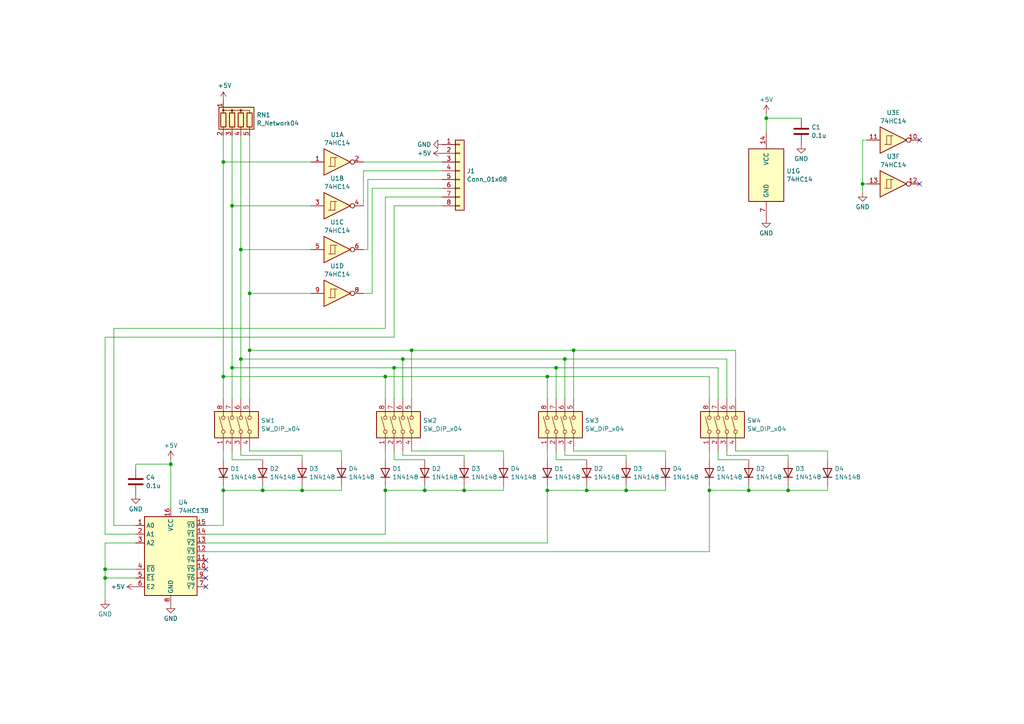
<source format=kicad_sch>
(kicad_sch (version 20230121) (generator eeschema)

  (uuid 5c04d4da-180e-4643-904c-9c6b22f873d4)

  (paper "A4")

  (lib_symbols
    (symbol "74xx:74HC138" (in_bom yes) (on_board yes)
      (property "Reference" "U" (at -7.62 13.97 0)
        (effects (font (size 1.27 1.27)) (justify left bottom))
      )
      (property "Value" "74HC138" (at 2.54 -11.43 0)
        (effects (font (size 1.27 1.27)) (justify left top))
      )
      (property "Footprint" "" (at 0 0 0)
        (effects (font (size 1.27 1.27)) hide)
      )
      (property "Datasheet" "http://www.ti.com/lit/ds/symlink/cd74hc238.pdf" (at 0 0 0)
        (effects (font (size 1.27 1.27)) hide)
      )
      (property "ki_keywords" "demux" (at 0 0 0)
        (effects (font (size 1.27 1.27)) hide)
      )
      (property "ki_description" "3-to-8 line decoder/multiplexer inverting, DIP-16/SOIC-16/SSOP-16" (at 0 0 0)
        (effects (font (size 1.27 1.27)) hide)
      )
      (property "ki_fp_filters" "DIP*W7.62mm* SOIC*3.9x9.9mm*P1.27mm* SSOP*5.3x6.2mm*P0.65mm*" (at 0 0 0)
        (effects (font (size 1.27 1.27)) hide)
      )
      (symbol "74HC138_0_1"
        (rectangle (start -7.62 12.7) (end 7.62 -10.16)
          (stroke (width 0.254) (type default))
          (fill (type background))
        )
      )
      (symbol "74HC138_1_1"
        (pin input line (at -10.16 10.16 0) (length 2.54)
          (name "A0" (effects (font (size 1.27 1.27))))
          (number "1" (effects (font (size 1.27 1.27))))
        )
        (pin output line (at 10.16 -2.54 180) (length 2.54)
          (name "~{Y5}" (effects (font (size 1.27 1.27))))
          (number "10" (effects (font (size 1.27 1.27))))
        )
        (pin output line (at 10.16 0 180) (length 2.54)
          (name "~{Y4}" (effects (font (size 1.27 1.27))))
          (number "11" (effects (font (size 1.27 1.27))))
        )
        (pin output line (at 10.16 2.54 180) (length 2.54)
          (name "~{Y3}" (effects (font (size 1.27 1.27))))
          (number "12" (effects (font (size 1.27 1.27))))
        )
        (pin output line (at 10.16 5.08 180) (length 2.54)
          (name "~{Y2}" (effects (font (size 1.27 1.27))))
          (number "13" (effects (font (size 1.27 1.27))))
        )
        (pin output line (at 10.16 7.62 180) (length 2.54)
          (name "~{Y1}" (effects (font (size 1.27 1.27))))
          (number "14" (effects (font (size 1.27 1.27))))
        )
        (pin output line (at 10.16 10.16 180) (length 2.54)
          (name "~{Y0}" (effects (font (size 1.27 1.27))))
          (number "15" (effects (font (size 1.27 1.27))))
        )
        (pin power_in line (at 0 15.24 270) (length 2.54)
          (name "VCC" (effects (font (size 1.27 1.27))))
          (number "16" (effects (font (size 1.27 1.27))))
        )
        (pin input line (at -10.16 7.62 0) (length 2.54)
          (name "A1" (effects (font (size 1.27 1.27))))
          (number "2" (effects (font (size 1.27 1.27))))
        )
        (pin input line (at -10.16 5.08 0) (length 2.54)
          (name "A2" (effects (font (size 1.27 1.27))))
          (number "3" (effects (font (size 1.27 1.27))))
        )
        (pin input line (at -10.16 -2.54 0) (length 2.54)
          (name "~{E0}" (effects (font (size 1.27 1.27))))
          (number "4" (effects (font (size 1.27 1.27))))
        )
        (pin input line (at -10.16 -5.08 0) (length 2.54)
          (name "~{E1}" (effects (font (size 1.27 1.27))))
          (number "5" (effects (font (size 1.27 1.27))))
        )
        (pin input line (at -10.16 -7.62 0) (length 2.54)
          (name "E2" (effects (font (size 1.27 1.27))))
          (number "6" (effects (font (size 1.27 1.27))))
        )
        (pin output line (at 10.16 -7.62 180) (length 2.54)
          (name "~{Y7}" (effects (font (size 1.27 1.27))))
          (number "7" (effects (font (size 1.27 1.27))))
        )
        (pin power_in line (at 0 -12.7 90) (length 2.54)
          (name "GND" (effects (font (size 1.27 1.27))))
          (number "8" (effects (font (size 1.27 1.27))))
        )
        (pin output line (at 10.16 -5.08 180) (length 2.54)
          (name "~{Y6}" (effects (font (size 1.27 1.27))))
          (number "9" (effects (font (size 1.27 1.27))))
        )
      )
    )
    (symbol "74xx:74HC14" (pin_names (offset 1.016)) (in_bom yes) (on_board yes)
      (property "Reference" "U" (at 0 1.27 0)
        (effects (font (size 1.27 1.27)))
      )
      (property "Value" "74HC14" (at 0 -1.27 0)
        (effects (font (size 1.27 1.27)))
      )
      (property "Footprint" "" (at 0 0 0)
        (effects (font (size 1.27 1.27)) hide)
      )
      (property "Datasheet" "http://www.ti.com/lit/gpn/sn74HC14" (at 0 0 0)
        (effects (font (size 1.27 1.27)) hide)
      )
      (property "ki_locked" "" (at 0 0 0)
        (effects (font (size 1.27 1.27)))
      )
      (property "ki_keywords" "HCMOS not inverter" (at 0 0 0)
        (effects (font (size 1.27 1.27)) hide)
      )
      (property "ki_description" "Hex inverter schmitt trigger" (at 0 0 0)
        (effects (font (size 1.27 1.27)) hide)
      )
      (property "ki_fp_filters" "DIP*W7.62mm*" (at 0 0 0)
        (effects (font (size 1.27 1.27)) hide)
      )
      (symbol "74HC14_1_0"
        (polyline
          (pts
            (xy -3.81 3.81)
            (xy -3.81 -3.81)
            (xy 3.81 0)
            (xy -3.81 3.81)
          )
          (stroke (width 0.254) (type default))
          (fill (type background))
        )
        (pin input line (at -7.62 0 0) (length 3.81)
          (name "~" (effects (font (size 1.27 1.27))))
          (number "1" (effects (font (size 1.27 1.27))))
        )
        (pin output inverted (at 7.62 0 180) (length 3.81)
          (name "~" (effects (font (size 1.27 1.27))))
          (number "2" (effects (font (size 1.27 1.27))))
        )
      )
      (symbol "74HC14_1_1"
        (polyline
          (pts
            (xy -1.905 -1.27)
            (xy -1.905 1.27)
            (xy -0.635 1.27)
          )
          (stroke (width 0) (type default))
          (fill (type none))
        )
        (polyline
          (pts
            (xy -2.54 -1.27)
            (xy -0.635 -1.27)
            (xy -0.635 1.27)
            (xy 0 1.27)
          )
          (stroke (width 0) (type default))
          (fill (type none))
        )
      )
      (symbol "74HC14_2_0"
        (polyline
          (pts
            (xy -3.81 3.81)
            (xy -3.81 -3.81)
            (xy 3.81 0)
            (xy -3.81 3.81)
          )
          (stroke (width 0.254) (type default))
          (fill (type background))
        )
        (pin input line (at -7.62 0 0) (length 3.81)
          (name "~" (effects (font (size 1.27 1.27))))
          (number "3" (effects (font (size 1.27 1.27))))
        )
        (pin output inverted (at 7.62 0 180) (length 3.81)
          (name "~" (effects (font (size 1.27 1.27))))
          (number "4" (effects (font (size 1.27 1.27))))
        )
      )
      (symbol "74HC14_2_1"
        (polyline
          (pts
            (xy -1.905 -1.27)
            (xy -1.905 1.27)
            (xy -0.635 1.27)
          )
          (stroke (width 0) (type default))
          (fill (type none))
        )
        (polyline
          (pts
            (xy -2.54 -1.27)
            (xy -0.635 -1.27)
            (xy -0.635 1.27)
            (xy 0 1.27)
          )
          (stroke (width 0) (type default))
          (fill (type none))
        )
      )
      (symbol "74HC14_3_0"
        (polyline
          (pts
            (xy -3.81 3.81)
            (xy -3.81 -3.81)
            (xy 3.81 0)
            (xy -3.81 3.81)
          )
          (stroke (width 0.254) (type default))
          (fill (type background))
        )
        (pin input line (at -7.62 0 0) (length 3.81)
          (name "~" (effects (font (size 1.27 1.27))))
          (number "5" (effects (font (size 1.27 1.27))))
        )
        (pin output inverted (at 7.62 0 180) (length 3.81)
          (name "~" (effects (font (size 1.27 1.27))))
          (number "6" (effects (font (size 1.27 1.27))))
        )
      )
      (symbol "74HC14_3_1"
        (polyline
          (pts
            (xy -1.905 -1.27)
            (xy -1.905 1.27)
            (xy -0.635 1.27)
          )
          (stroke (width 0) (type default))
          (fill (type none))
        )
        (polyline
          (pts
            (xy -2.54 -1.27)
            (xy -0.635 -1.27)
            (xy -0.635 1.27)
            (xy 0 1.27)
          )
          (stroke (width 0) (type default))
          (fill (type none))
        )
      )
      (symbol "74HC14_4_0"
        (polyline
          (pts
            (xy -3.81 3.81)
            (xy -3.81 -3.81)
            (xy 3.81 0)
            (xy -3.81 3.81)
          )
          (stroke (width 0.254) (type default))
          (fill (type background))
        )
        (pin output inverted (at 7.62 0 180) (length 3.81)
          (name "~" (effects (font (size 1.27 1.27))))
          (number "8" (effects (font (size 1.27 1.27))))
        )
        (pin input line (at -7.62 0 0) (length 3.81)
          (name "~" (effects (font (size 1.27 1.27))))
          (number "9" (effects (font (size 1.27 1.27))))
        )
      )
      (symbol "74HC14_4_1"
        (polyline
          (pts
            (xy -1.905 -1.27)
            (xy -1.905 1.27)
            (xy -0.635 1.27)
          )
          (stroke (width 0) (type default))
          (fill (type none))
        )
        (polyline
          (pts
            (xy -2.54 -1.27)
            (xy -0.635 -1.27)
            (xy -0.635 1.27)
            (xy 0 1.27)
          )
          (stroke (width 0) (type default))
          (fill (type none))
        )
      )
      (symbol "74HC14_5_0"
        (polyline
          (pts
            (xy -3.81 3.81)
            (xy -3.81 -3.81)
            (xy 3.81 0)
            (xy -3.81 3.81)
          )
          (stroke (width 0.254) (type default))
          (fill (type background))
        )
        (pin output inverted (at 7.62 0 180) (length 3.81)
          (name "~" (effects (font (size 1.27 1.27))))
          (number "10" (effects (font (size 1.27 1.27))))
        )
        (pin input line (at -7.62 0 0) (length 3.81)
          (name "~" (effects (font (size 1.27 1.27))))
          (number "11" (effects (font (size 1.27 1.27))))
        )
      )
      (symbol "74HC14_5_1"
        (polyline
          (pts
            (xy -1.905 -1.27)
            (xy -1.905 1.27)
            (xy -0.635 1.27)
          )
          (stroke (width 0) (type default))
          (fill (type none))
        )
        (polyline
          (pts
            (xy -2.54 -1.27)
            (xy -0.635 -1.27)
            (xy -0.635 1.27)
            (xy 0 1.27)
          )
          (stroke (width 0) (type default))
          (fill (type none))
        )
      )
      (symbol "74HC14_6_0"
        (polyline
          (pts
            (xy -3.81 3.81)
            (xy -3.81 -3.81)
            (xy 3.81 0)
            (xy -3.81 3.81)
          )
          (stroke (width 0.254) (type default))
          (fill (type background))
        )
        (pin output inverted (at 7.62 0 180) (length 3.81)
          (name "~" (effects (font (size 1.27 1.27))))
          (number "12" (effects (font (size 1.27 1.27))))
        )
        (pin input line (at -7.62 0 0) (length 3.81)
          (name "~" (effects (font (size 1.27 1.27))))
          (number "13" (effects (font (size 1.27 1.27))))
        )
      )
      (symbol "74HC14_6_1"
        (polyline
          (pts
            (xy -1.905 -1.27)
            (xy -1.905 1.27)
            (xy -0.635 1.27)
          )
          (stroke (width 0) (type default))
          (fill (type none))
        )
        (polyline
          (pts
            (xy -2.54 -1.27)
            (xy -0.635 -1.27)
            (xy -0.635 1.27)
            (xy 0 1.27)
          )
          (stroke (width 0) (type default))
          (fill (type none))
        )
      )
      (symbol "74HC14_7_0"
        (pin power_in line (at 0 12.7 270) (length 5.08)
          (name "VCC" (effects (font (size 1.27 1.27))))
          (number "14" (effects (font (size 1.27 1.27))))
        )
        (pin power_in line (at 0 -12.7 90) (length 5.08)
          (name "GND" (effects (font (size 1.27 1.27))))
          (number "7" (effects (font (size 1.27 1.27))))
        )
      )
      (symbol "74HC14_7_1"
        (rectangle (start -5.08 7.62) (end 5.08 -7.62)
          (stroke (width 0.254) (type default))
          (fill (type background))
        )
      )
    )
    (symbol "Connector_Generic:Conn_01x08" (pin_names (offset 1.016) hide) (in_bom yes) (on_board yes)
      (property "Reference" "J" (at 0 10.16 0)
        (effects (font (size 1.27 1.27)))
      )
      (property "Value" "Conn_01x08" (at 0 -12.7 0)
        (effects (font (size 1.27 1.27)))
      )
      (property "Footprint" "" (at 0 0 0)
        (effects (font (size 1.27 1.27)) hide)
      )
      (property "Datasheet" "~" (at 0 0 0)
        (effects (font (size 1.27 1.27)) hide)
      )
      (property "ki_keywords" "connector" (at 0 0 0)
        (effects (font (size 1.27 1.27)) hide)
      )
      (property "ki_description" "Generic connector, single row, 01x08, script generated (kicad-library-utils/schlib/autogen/connector/)" (at 0 0 0)
        (effects (font (size 1.27 1.27)) hide)
      )
      (property "ki_fp_filters" "Connector*:*_1x??_*" (at 0 0 0)
        (effects (font (size 1.27 1.27)) hide)
      )
      (symbol "Conn_01x08_1_1"
        (rectangle (start -1.27 -10.033) (end 0 -10.287)
          (stroke (width 0.1524) (type default))
          (fill (type none))
        )
        (rectangle (start -1.27 -7.493) (end 0 -7.747)
          (stroke (width 0.1524) (type default))
          (fill (type none))
        )
        (rectangle (start -1.27 -4.953) (end 0 -5.207)
          (stroke (width 0.1524) (type default))
          (fill (type none))
        )
        (rectangle (start -1.27 -2.413) (end 0 -2.667)
          (stroke (width 0.1524) (type default))
          (fill (type none))
        )
        (rectangle (start -1.27 0.127) (end 0 -0.127)
          (stroke (width 0.1524) (type default))
          (fill (type none))
        )
        (rectangle (start -1.27 2.667) (end 0 2.413)
          (stroke (width 0.1524) (type default))
          (fill (type none))
        )
        (rectangle (start -1.27 5.207) (end 0 4.953)
          (stroke (width 0.1524) (type default))
          (fill (type none))
        )
        (rectangle (start -1.27 7.747) (end 0 7.493)
          (stroke (width 0.1524) (type default))
          (fill (type none))
        )
        (rectangle (start -1.27 8.89) (end 1.27 -11.43)
          (stroke (width 0.254) (type default))
          (fill (type background))
        )
        (pin passive line (at -5.08 7.62 0) (length 3.81)
          (name "Pin_1" (effects (font (size 1.27 1.27))))
          (number "1" (effects (font (size 1.27 1.27))))
        )
        (pin passive line (at -5.08 5.08 0) (length 3.81)
          (name "Pin_2" (effects (font (size 1.27 1.27))))
          (number "2" (effects (font (size 1.27 1.27))))
        )
        (pin passive line (at -5.08 2.54 0) (length 3.81)
          (name "Pin_3" (effects (font (size 1.27 1.27))))
          (number "3" (effects (font (size 1.27 1.27))))
        )
        (pin passive line (at -5.08 0 0) (length 3.81)
          (name "Pin_4" (effects (font (size 1.27 1.27))))
          (number "4" (effects (font (size 1.27 1.27))))
        )
        (pin passive line (at -5.08 -2.54 0) (length 3.81)
          (name "Pin_5" (effects (font (size 1.27 1.27))))
          (number "5" (effects (font (size 1.27 1.27))))
        )
        (pin passive line (at -5.08 -5.08 0) (length 3.81)
          (name "Pin_6" (effects (font (size 1.27 1.27))))
          (number "6" (effects (font (size 1.27 1.27))))
        )
        (pin passive line (at -5.08 -7.62 0) (length 3.81)
          (name "Pin_7" (effects (font (size 1.27 1.27))))
          (number "7" (effects (font (size 1.27 1.27))))
        )
        (pin passive line (at -5.08 -10.16 0) (length 3.81)
          (name "Pin_8" (effects (font (size 1.27 1.27))))
          (number "8" (effects (font (size 1.27 1.27))))
        )
      )
    )
    (symbol "Device:C" (pin_numbers hide) (pin_names (offset 0.254)) (in_bom yes) (on_board yes)
      (property "Reference" "C" (at 0.635 2.54 0)
        (effects (font (size 1.27 1.27)) (justify left))
      )
      (property "Value" "C" (at 0.635 -2.54 0)
        (effects (font (size 1.27 1.27)) (justify left))
      )
      (property "Footprint" "" (at 0.9652 -3.81 0)
        (effects (font (size 1.27 1.27)) hide)
      )
      (property "Datasheet" "~" (at 0 0 0)
        (effects (font (size 1.27 1.27)) hide)
      )
      (property "ki_keywords" "cap capacitor" (at 0 0 0)
        (effects (font (size 1.27 1.27)) hide)
      )
      (property "ki_description" "Unpolarized capacitor" (at 0 0 0)
        (effects (font (size 1.27 1.27)) hide)
      )
      (property "ki_fp_filters" "C_*" (at 0 0 0)
        (effects (font (size 1.27 1.27)) hide)
      )
      (symbol "C_0_1"
        (polyline
          (pts
            (xy -2.032 -0.762)
            (xy 2.032 -0.762)
          )
          (stroke (width 0.508) (type default))
          (fill (type none))
        )
        (polyline
          (pts
            (xy -2.032 0.762)
            (xy 2.032 0.762)
          )
          (stroke (width 0.508) (type default))
          (fill (type none))
        )
      )
      (symbol "C_1_1"
        (pin passive line (at 0 3.81 270) (length 2.794)
          (name "~" (effects (font (size 1.27 1.27))))
          (number "1" (effects (font (size 1.27 1.27))))
        )
        (pin passive line (at 0 -3.81 90) (length 2.794)
          (name "~" (effects (font (size 1.27 1.27))))
          (number "2" (effects (font (size 1.27 1.27))))
        )
      )
    )
    (symbol "Device:R_Network04" (pin_names (offset 0) hide) (in_bom yes) (on_board yes)
      (property "Reference" "RN" (at -7.62 0 90)
        (effects (font (size 1.27 1.27)))
      )
      (property "Value" "R_Network04" (at 5.08 0 90)
        (effects (font (size 1.27 1.27)))
      )
      (property "Footprint" "Resistor_THT:R_Array_SIP5" (at 6.985 0 90)
        (effects (font (size 1.27 1.27)) hide)
      )
      (property "Datasheet" "http://www.vishay.com/docs/31509/csc.pdf" (at 0 0 0)
        (effects (font (size 1.27 1.27)) hide)
      )
      (property "ki_keywords" "R network star-topology" (at 0 0 0)
        (effects (font (size 1.27 1.27)) hide)
      )
      (property "ki_description" "4 resistor network, star topology, bussed resistors, small symbol" (at 0 0 0)
        (effects (font (size 1.27 1.27)) hide)
      )
      (property "ki_fp_filters" "R?Array?SIP*" (at 0 0 0)
        (effects (font (size 1.27 1.27)) hide)
      )
      (symbol "R_Network04_0_1"
        (rectangle (start -6.35 -3.175) (end 3.81 3.175)
          (stroke (width 0.254) (type default))
          (fill (type background))
        )
        (rectangle (start -5.842 1.524) (end -4.318 -2.54)
          (stroke (width 0.254) (type default))
          (fill (type none))
        )
        (circle (center -5.08 2.286) (radius 0.254)
          (stroke (width 0) (type default))
          (fill (type outline))
        )
        (rectangle (start -3.302 1.524) (end -1.778 -2.54)
          (stroke (width 0.254) (type default))
          (fill (type none))
        )
        (circle (center -2.54 2.286) (radius 0.254)
          (stroke (width 0) (type default))
          (fill (type outline))
        )
        (rectangle (start -0.762 1.524) (end 0.762 -2.54)
          (stroke (width 0.254) (type default))
          (fill (type none))
        )
        (polyline
          (pts
            (xy -5.08 -2.54)
            (xy -5.08 -3.81)
          )
          (stroke (width 0) (type default))
          (fill (type none))
        )
        (polyline
          (pts
            (xy -2.54 -2.54)
            (xy -2.54 -3.81)
          )
          (stroke (width 0) (type default))
          (fill (type none))
        )
        (polyline
          (pts
            (xy 0 -2.54)
            (xy 0 -3.81)
          )
          (stroke (width 0) (type default))
          (fill (type none))
        )
        (polyline
          (pts
            (xy 2.54 -2.54)
            (xy 2.54 -3.81)
          )
          (stroke (width 0) (type default))
          (fill (type none))
        )
        (polyline
          (pts
            (xy -5.08 1.524)
            (xy -5.08 2.286)
            (xy -2.54 2.286)
            (xy -2.54 1.524)
          )
          (stroke (width 0) (type default))
          (fill (type none))
        )
        (polyline
          (pts
            (xy -2.54 1.524)
            (xy -2.54 2.286)
            (xy 0 2.286)
            (xy 0 1.524)
          )
          (stroke (width 0) (type default))
          (fill (type none))
        )
        (polyline
          (pts
            (xy 0 1.524)
            (xy 0 2.286)
            (xy 2.54 2.286)
            (xy 2.54 1.524)
          )
          (stroke (width 0) (type default))
          (fill (type none))
        )
        (circle (center 0 2.286) (radius 0.254)
          (stroke (width 0) (type default))
          (fill (type outline))
        )
        (rectangle (start 1.778 1.524) (end 3.302 -2.54)
          (stroke (width 0.254) (type default))
          (fill (type none))
        )
      )
      (symbol "R_Network04_1_1"
        (pin passive line (at -5.08 5.08 270) (length 2.54)
          (name "common" (effects (font (size 1.27 1.27))))
          (number "1" (effects (font (size 1.27 1.27))))
        )
        (pin passive line (at -5.08 -5.08 90) (length 1.27)
          (name "R1" (effects (font (size 1.27 1.27))))
          (number "2" (effects (font (size 1.27 1.27))))
        )
        (pin passive line (at -2.54 -5.08 90) (length 1.27)
          (name "R2" (effects (font (size 1.27 1.27))))
          (number "3" (effects (font (size 1.27 1.27))))
        )
        (pin passive line (at 0 -5.08 90) (length 1.27)
          (name "R3" (effects (font (size 1.27 1.27))))
          (number "4" (effects (font (size 1.27 1.27))))
        )
        (pin passive line (at 2.54 -5.08 90) (length 1.27)
          (name "R4" (effects (font (size 1.27 1.27))))
          (number "5" (effects (font (size 1.27 1.27))))
        )
      )
    )
    (symbol "Diode:1N4148" (pin_numbers hide) (pin_names hide) (in_bom yes) (on_board yes)
      (property "Reference" "D" (at 0 2.54 0)
        (effects (font (size 1.27 1.27)))
      )
      (property "Value" "1N4148" (at 0 -2.54 0)
        (effects (font (size 1.27 1.27)))
      )
      (property "Footprint" "Diode_THT:D_DO-35_SOD27_P7.62mm_Horizontal" (at 0 0 0)
        (effects (font (size 1.27 1.27)) hide)
      )
      (property "Datasheet" "https://assets.nexperia.com/documents/data-sheet/1N4148_1N4448.pdf" (at 0 0 0)
        (effects (font (size 1.27 1.27)) hide)
      )
      (property "Sim.Device" "D" (at 0 0 0)
        (effects (font (size 1.27 1.27)) hide)
      )
      (property "Sim.Pins" "1=K 2=A" (at 0 0 0)
        (effects (font (size 1.27 1.27)) hide)
      )
      (property "ki_keywords" "diode" (at 0 0 0)
        (effects (font (size 1.27 1.27)) hide)
      )
      (property "ki_description" "100V 0.15A standard switching diode, DO-35" (at 0 0 0)
        (effects (font (size 1.27 1.27)) hide)
      )
      (property "ki_fp_filters" "D*DO?35*" (at 0 0 0)
        (effects (font (size 1.27 1.27)) hide)
      )
      (symbol "1N4148_0_1"
        (polyline
          (pts
            (xy -1.27 1.27)
            (xy -1.27 -1.27)
          )
          (stroke (width 0.254) (type default))
          (fill (type none))
        )
        (polyline
          (pts
            (xy 1.27 0)
            (xy -1.27 0)
          )
          (stroke (width 0) (type default))
          (fill (type none))
        )
        (polyline
          (pts
            (xy 1.27 1.27)
            (xy 1.27 -1.27)
            (xy -1.27 0)
            (xy 1.27 1.27)
          )
          (stroke (width 0.254) (type default))
          (fill (type none))
        )
      )
      (symbol "1N4148_1_1"
        (pin passive line (at -3.81 0 0) (length 2.54)
          (name "K" (effects (font (size 1.27 1.27))))
          (number "1" (effects (font (size 1.27 1.27))))
        )
        (pin passive line (at 3.81 0 180) (length 2.54)
          (name "A" (effects (font (size 1.27 1.27))))
          (number "2" (effects (font (size 1.27 1.27))))
        )
      )
    )
    (symbol "Switch:SW_DIP_x04" (pin_names (offset 0) hide) (in_bom yes) (on_board yes)
      (property "Reference" "SW" (at 0 8.89 0)
        (effects (font (size 1.27 1.27)))
      )
      (property "Value" "SW_DIP_x04" (at 0 -6.35 0)
        (effects (font (size 1.27 1.27)))
      )
      (property "Footprint" "" (at 0 0 0)
        (effects (font (size 1.27 1.27)) hide)
      )
      (property "Datasheet" "~" (at 0 0 0)
        (effects (font (size 1.27 1.27)) hide)
      )
      (property "ki_keywords" "dip switch" (at 0 0 0)
        (effects (font (size 1.27 1.27)) hide)
      )
      (property "ki_description" "4x DIP Switch, Single Pole Single Throw (SPST) switch, small symbol" (at 0 0 0)
        (effects (font (size 1.27 1.27)) hide)
      )
      (property "ki_fp_filters" "SW?DIP?x4*" (at 0 0 0)
        (effects (font (size 1.27 1.27)) hide)
      )
      (symbol "SW_DIP_x04_0_0"
        (circle (center -2.032 -2.54) (radius 0.508)
          (stroke (width 0) (type default))
          (fill (type none))
        )
        (circle (center -2.032 0) (radius 0.508)
          (stroke (width 0) (type default))
          (fill (type none))
        )
        (circle (center -2.032 2.54) (radius 0.508)
          (stroke (width 0) (type default))
          (fill (type none))
        )
        (circle (center -2.032 5.08) (radius 0.508)
          (stroke (width 0) (type default))
          (fill (type none))
        )
        (polyline
          (pts
            (xy -1.524 -2.3876)
            (xy 2.3622 -1.3462)
          )
          (stroke (width 0) (type default))
          (fill (type none))
        )
        (polyline
          (pts
            (xy -1.524 0.127)
            (xy 2.3622 1.1684)
          )
          (stroke (width 0) (type default))
          (fill (type none))
        )
        (polyline
          (pts
            (xy -1.524 2.667)
            (xy 2.3622 3.7084)
          )
          (stroke (width 0) (type default))
          (fill (type none))
        )
        (polyline
          (pts
            (xy -1.524 5.207)
            (xy 2.3622 6.2484)
          )
          (stroke (width 0) (type default))
          (fill (type none))
        )
        (circle (center 2.032 -2.54) (radius 0.508)
          (stroke (width 0) (type default))
          (fill (type none))
        )
        (circle (center 2.032 0) (radius 0.508)
          (stroke (width 0) (type default))
          (fill (type none))
        )
        (circle (center 2.032 2.54) (radius 0.508)
          (stroke (width 0) (type default))
          (fill (type none))
        )
        (circle (center 2.032 5.08) (radius 0.508)
          (stroke (width 0) (type default))
          (fill (type none))
        )
      )
      (symbol "SW_DIP_x04_0_1"
        (rectangle (start -3.81 7.62) (end 3.81 -5.08)
          (stroke (width 0.254) (type default))
          (fill (type background))
        )
      )
      (symbol "SW_DIP_x04_1_1"
        (pin passive line (at -7.62 5.08 0) (length 5.08)
          (name "~" (effects (font (size 1.27 1.27))))
          (number "1" (effects (font (size 1.27 1.27))))
        )
        (pin passive line (at -7.62 2.54 0) (length 5.08)
          (name "~" (effects (font (size 1.27 1.27))))
          (number "2" (effects (font (size 1.27 1.27))))
        )
        (pin passive line (at -7.62 0 0) (length 5.08)
          (name "~" (effects (font (size 1.27 1.27))))
          (number "3" (effects (font (size 1.27 1.27))))
        )
        (pin passive line (at -7.62 -2.54 0) (length 5.08)
          (name "~" (effects (font (size 1.27 1.27))))
          (number "4" (effects (font (size 1.27 1.27))))
        )
        (pin passive line (at 7.62 -2.54 180) (length 5.08)
          (name "~" (effects (font (size 1.27 1.27))))
          (number "5" (effects (font (size 1.27 1.27))))
        )
        (pin passive line (at 7.62 0 180) (length 5.08)
          (name "~" (effects (font (size 1.27 1.27))))
          (number "6" (effects (font (size 1.27 1.27))))
        )
        (pin passive line (at 7.62 2.54 180) (length 5.08)
          (name "~" (effects (font (size 1.27 1.27))))
          (number "7" (effects (font (size 1.27 1.27))))
        )
        (pin passive line (at 7.62 5.08 180) (length 5.08)
          (name "~" (effects (font (size 1.27 1.27))))
          (number "8" (effects (font (size 1.27 1.27))))
        )
      )
    )
    (symbol "power:+5V" (power) (pin_names (offset 0)) (in_bom yes) (on_board yes)
      (property "Reference" "#PWR" (at 0 -3.81 0)
        (effects (font (size 1.27 1.27)) hide)
      )
      (property "Value" "+5V" (at 0 3.556 0)
        (effects (font (size 1.27 1.27)))
      )
      (property "Footprint" "" (at 0 0 0)
        (effects (font (size 1.27 1.27)) hide)
      )
      (property "Datasheet" "" (at 0 0 0)
        (effects (font (size 1.27 1.27)) hide)
      )
      (property "ki_keywords" "global power" (at 0 0 0)
        (effects (font (size 1.27 1.27)) hide)
      )
      (property "ki_description" "Power symbol creates a global label with name \"+5V\"" (at 0 0 0)
        (effects (font (size 1.27 1.27)) hide)
      )
      (symbol "+5V_0_1"
        (polyline
          (pts
            (xy -0.762 1.27)
            (xy 0 2.54)
          )
          (stroke (width 0) (type default))
          (fill (type none))
        )
        (polyline
          (pts
            (xy 0 0)
            (xy 0 2.54)
          )
          (stroke (width 0) (type default))
          (fill (type none))
        )
        (polyline
          (pts
            (xy 0 2.54)
            (xy 0.762 1.27)
          )
          (stroke (width 0) (type default))
          (fill (type none))
        )
      )
      (symbol "+5V_1_1"
        (pin power_in line (at 0 0 90) (length 0) hide
          (name "+5V" (effects (font (size 1.27 1.27))))
          (number "1" (effects (font (size 1.27 1.27))))
        )
      )
    )
    (symbol "power:GND" (power) (pin_names (offset 0)) (in_bom yes) (on_board yes)
      (property "Reference" "#PWR" (at 0 -6.35 0)
        (effects (font (size 1.27 1.27)) hide)
      )
      (property "Value" "GND" (at 0 -3.81 0)
        (effects (font (size 1.27 1.27)))
      )
      (property "Footprint" "" (at 0 0 0)
        (effects (font (size 1.27 1.27)) hide)
      )
      (property "Datasheet" "" (at 0 0 0)
        (effects (font (size 1.27 1.27)) hide)
      )
      (property "ki_keywords" "global power" (at 0 0 0)
        (effects (font (size 1.27 1.27)) hide)
      )
      (property "ki_description" "Power symbol creates a global label with name \"GND\" , ground" (at 0 0 0)
        (effects (font (size 1.27 1.27)) hide)
      )
      (symbol "GND_0_1"
        (polyline
          (pts
            (xy 0 0)
            (xy 0 -1.27)
            (xy 1.27 -1.27)
            (xy 0 -2.54)
            (xy -1.27 -1.27)
            (xy 0 -1.27)
          )
          (stroke (width 0) (type default))
          (fill (type none))
        )
      )
      (symbol "GND_1_1"
        (pin power_in line (at 0 0 270) (length 0) hide
          (name "GND" (effects (font (size 1.27 1.27))))
          (number "1" (effects (font (size 1.27 1.27))))
        )
      )
    )
  )

  (junction (at 30.48 167.64) (diameter 0) (color 0 0 0 0)
    (uuid 01d4776e-8e3f-4bc6-8b0e-d2070b3d1963)
  )
  (junction (at 158.75 109.22) (diameter 0) (color 0 0 0 0)
    (uuid 09b3be2f-ead2-42f4-9575-6133fc0829b6)
  )
  (junction (at 64.77 142.24) (diameter 0) (color 0 0 0 0)
    (uuid 0c0bc83f-14f3-45e9-98eb-7d53bf328ba0)
  )
  (junction (at 64.77 109.22) (diameter 0) (color 0 0 0 0)
    (uuid 24fec207-6560-490f-88c7-b4b6b1666062)
  )
  (junction (at 250.19 53.34) (diameter 0) (color 0 0 0 0)
    (uuid 2728b454-dd15-4b66-bf34-b852c24f81c2)
  )
  (junction (at 217.17 142.24) (diameter 0) (color 0 0 0 0)
    (uuid 2fab3fd8-e55c-45c8-9449-ce1342b38bf5)
  )
  (junction (at 67.31 106.68) (diameter 0) (color 0 0 0 0)
    (uuid 3497bebb-72e0-4400-888d-6e07280d9c20)
  )
  (junction (at 163.83 104.14) (diameter 0) (color 0 0 0 0)
    (uuid 38a24fd6-7f98-456c-ace6-539120a66f54)
  )
  (junction (at 111.76 109.22) (diameter 0) (color 0 0 0 0)
    (uuid 3e086bbd-5272-44e2-a99c-3b9a7ce4dced)
  )
  (junction (at 123.19 142.24) (diameter 0) (color 0 0 0 0)
    (uuid 41d42075-ee8b-4f7d-9401-eeac777065c1)
  )
  (junction (at 64.77 46.99) (diameter 0) (color 0 0 0 0)
    (uuid 41d90363-8ec4-4b3b-8020-7eefbb5db763)
  )
  (junction (at 69.85 104.14) (diameter 0) (color 0 0 0 0)
    (uuid 453af13c-089f-44d6-a05e-1db2e5aeb0d5)
  )
  (junction (at 161.29 106.68) (diameter 0) (color 0 0 0 0)
    (uuid 4f7cccfc-1e54-4227-981f-151cb16e595a)
  )
  (junction (at 116.84 104.14) (diameter 0) (color 0 0 0 0)
    (uuid 5a31f703-f57b-4649-89a8-2eacc6a4757d)
  )
  (junction (at 119.38 101.6) (diameter 0) (color 0 0 0 0)
    (uuid 5bc1dc34-8798-44da-bbe4-c4f2ff1bfc84)
  )
  (junction (at 170.18 142.24) (diameter 0) (color 0 0 0 0)
    (uuid 60c5db6a-f116-46b6-a2a0-c3070c319d65)
  )
  (junction (at 72.39 101.6) (diameter 0) (color 0 0 0 0)
    (uuid 6492f70d-4a78-49f5-bf4c-fbef57644ea8)
  )
  (junction (at 76.2 142.24) (diameter 0) (color 0 0 0 0)
    (uuid 6b314f50-c713-446c-8550-5c3573c26c42)
  )
  (junction (at 158.75 142.24) (diameter 0) (color 0 0 0 0)
    (uuid 756dafb6-8576-442c-99d4-e3927b6635fd)
  )
  (junction (at 111.76 142.24) (diameter 0) (color 0 0 0 0)
    (uuid 7caa66b2-c662-4dbf-a9ab-6a106fbdd30b)
  )
  (junction (at 67.31 59.69) (diameter 0) (color 0 0 0 0)
    (uuid 8018cf04-a22d-4196-a8e7-e57dabfaff32)
  )
  (junction (at 49.53 134.62) (diameter 0) (color 0 0 0 0)
    (uuid b709d36b-1a1e-432b-b3de-4cf06cfb983d)
  )
  (junction (at 228.6 142.24) (diameter 0) (color 0 0 0 0)
    (uuid ba113f42-af95-4cec-aa94-9772b748e621)
  )
  (junction (at 134.62 142.24) (diameter 0) (color 0 0 0 0)
    (uuid c5394d9b-c336-46a0-88cb-584931d0ce9a)
  )
  (junction (at 222.25 34.29) (diameter 0) (color 0 0 0 0)
    (uuid c592acc6-a929-408c-83e9-d45abde4b341)
  )
  (junction (at 69.85 72.39) (diameter 0) (color 0 0 0 0)
    (uuid c69ab71b-20c2-4e7f-9abd-c44c1612a7a1)
  )
  (junction (at 205.74 142.24) (diameter 0) (color 0 0 0 0)
    (uuid cf5c4df4-6baf-4db0-9a4d-101fc15150aa)
  )
  (junction (at 114.3 106.68) (diameter 0) (color 0 0 0 0)
    (uuid d8fec38b-c49c-491e-97d1-49e5b0eb39c2)
  )
  (junction (at 166.37 101.6) (diameter 0) (color 0 0 0 0)
    (uuid de3d599d-a7f1-4562-8183-9b3c6cca19b4)
  )
  (junction (at 181.61 142.24) (diameter 0) (color 0 0 0 0)
    (uuid efddd0e2-7729-4eff-8bee-3faea8759c19)
  )
  (junction (at 87.63 142.24) (diameter 0) (color 0 0 0 0)
    (uuid f7d79602-ddbb-48ae-ba4f-82d9e5663da2)
  )
  (junction (at 72.39 85.09) (diameter 0) (color 0 0 0 0)
    (uuid f7f3df92-695b-47fb-b522-eba242ba1abf)
  )
  (junction (at 30.48 165.1) (diameter 0) (color 0 0 0 0)
    (uuid fd9cb0b0-c107-4618-b23f-569d952ad35e)
  )

  (no_connect (at 59.69 170.18) (uuid 0582dd30-8a4c-43b4-8486-cb176439634d))
  (no_connect (at 266.7 40.64) (uuid 0da3deed-fe53-4599-8033-b97f9c36fdb7))
  (no_connect (at 59.69 167.64) (uuid 2bfc579d-f2ca-4f9d-b1a4-7be7fec60e30))
  (no_connect (at 59.69 165.1) (uuid 676e2441-2c17-45e5-8af4-cd63158ecb34))
  (no_connect (at 59.69 162.56) (uuid 9e846715-4255-428e-bf4d-6aa78874a0af))
  (no_connect (at 266.7 53.34) (uuid c63c5815-7d3c-4627-a56b-a005651c4461))

  (wire (pts (xy 116.84 132.08) (xy 134.62 132.08))
    (stroke (width 0) (type default))
    (uuid 008fd399-ac54-480e-a492-479ce7fe56b7)
  )
  (wire (pts (xy 161.29 133.35) (xy 170.18 133.35))
    (stroke (width 0) (type default))
    (uuid 019a35f9-7377-44b4-961e-665e340b833e)
  )
  (wire (pts (xy 208.28 133.35) (xy 217.17 133.35))
    (stroke (width 0) (type default))
    (uuid 0274b61a-0ab6-4696-97fa-48b1d5dabeba)
  )
  (wire (pts (xy 111.76 109.22) (xy 111.76 115.57))
    (stroke (width 0) (type default))
    (uuid 0321a087-b7f4-4485-8ef8-4ef901d4ac44)
  )
  (wire (pts (xy 67.31 106.68) (xy 114.3 106.68))
    (stroke (width 0) (type default))
    (uuid 03d4dbb5-3919-4a60-83fb-2e1689b2d291)
  )
  (wire (pts (xy 161.29 115.57) (xy 161.29 106.68))
    (stroke (width 0) (type default))
    (uuid 0a184a53-9de3-4e20-828c-cc7dde1c1039)
  )
  (wire (pts (xy 163.83 130.81) (xy 163.83 132.08))
    (stroke (width 0) (type default))
    (uuid 0be0c79c-a5cb-4336-8a93-f4e634c70390)
  )
  (wire (pts (xy 158.75 142.24) (xy 170.18 142.24))
    (stroke (width 0) (type default))
    (uuid 0eb067d0-aa32-419e-b49d-e4d02752f023)
  )
  (wire (pts (xy 114.3 106.68) (xy 161.29 106.68))
    (stroke (width 0) (type default))
    (uuid 120b14ad-5f2f-447b-91a9-2dfec6cd9737)
  )
  (wire (pts (xy 114.3 130.81) (xy 114.3 133.35))
    (stroke (width 0) (type default))
    (uuid 137233b1-7c00-4598-8a71-4d966063346f)
  )
  (wire (pts (xy 114.3 115.57) (xy 114.3 106.68))
    (stroke (width 0) (type default))
    (uuid 13a95fc3-31c1-425e-a976-9835fbda5bfa)
  )
  (wire (pts (xy 105.41 46.99) (xy 128.27 46.99))
    (stroke (width 0) (type default))
    (uuid 15655e6a-8a27-4846-b1b1-8d630c450287)
  )
  (wire (pts (xy 181.61 132.08) (xy 181.61 133.35))
    (stroke (width 0) (type default))
    (uuid 15a1d27d-66bb-4fda-817a-1c898d481188)
  )
  (wire (pts (xy 105.41 85.09) (xy 107.95 85.09))
    (stroke (width 0) (type default))
    (uuid 1726b326-fbb3-4a0f-a48f-de48609a2133)
  )
  (wire (pts (xy 213.36 130.81) (xy 240.03 130.81))
    (stroke (width 0) (type default))
    (uuid 1920cd81-a281-4465-8840-29ca0012c22a)
  )
  (wire (pts (xy 76.2 140.97) (xy 76.2 142.24))
    (stroke (width 0) (type default))
    (uuid 193ef794-e11d-43a7-b658-683e8b6ae35a)
  )
  (wire (pts (xy 111.76 109.22) (xy 158.75 109.22))
    (stroke (width 0) (type default))
    (uuid 1adc0d6e-af8b-4582-a3bf-05b3b8809ae1)
  )
  (wire (pts (xy 228.6 140.97) (xy 228.6 142.24))
    (stroke (width 0) (type default))
    (uuid 1c63c8e9-0972-4b91-b0c7-f50a605b6bdd)
  )
  (wire (pts (xy 119.38 130.81) (xy 146.05 130.81))
    (stroke (width 0) (type default))
    (uuid 1e0a230a-e64a-4d62-9dd8-8fed5ba102ee)
  )
  (wire (pts (xy 64.77 109.22) (xy 111.76 109.22))
    (stroke (width 0) (type default))
    (uuid 1e3d40f6-a26e-485f-bc88-ba2e95c5b73a)
  )
  (wire (pts (xy 163.83 115.57) (xy 163.83 104.14))
    (stroke (width 0) (type default))
    (uuid 206d2582-5bb3-43a3-9992-65dd01886560)
  )
  (wire (pts (xy 250.19 40.64) (xy 250.19 53.34))
    (stroke (width 0) (type default))
    (uuid 222efef7-37e1-4b03-8594-8bd7d925656e)
  )
  (wire (pts (xy 111.76 95.25) (xy 111.76 57.15))
    (stroke (width 0) (type default))
    (uuid 24ec354a-7be7-4929-88d1-3c3590579749)
  )
  (wire (pts (xy 59.69 157.48) (xy 158.75 157.48))
    (stroke (width 0) (type default))
    (uuid 2564862a-5933-4d6f-a19a-616d752d529e)
  )
  (wire (pts (xy 30.48 97.79) (xy 114.3 97.79))
    (stroke (width 0) (type default))
    (uuid 26c95b6f-fd42-4d5e-9aad-820263f3e178)
  )
  (wire (pts (xy 213.36 115.57) (xy 213.36 101.6))
    (stroke (width 0) (type default))
    (uuid 2908b7b1-9b61-4f59-b862-d978b5f88f21)
  )
  (wire (pts (xy 232.41 34.29) (xy 222.25 34.29))
    (stroke (width 0) (type default))
    (uuid 2ab74d88-8f6c-430d-8924-cccf1bcd5e8b)
  )
  (wire (pts (xy 33.02 95.25) (xy 33.02 152.4))
    (stroke (width 0) (type default))
    (uuid 2b9c5b31-34bb-4272-bc64-0ab21b73914d)
  )
  (wire (pts (xy 134.62 140.97) (xy 134.62 142.24))
    (stroke (width 0) (type default))
    (uuid 2bec01e3-7d10-471f-9f6f-09d48cac2199)
  )
  (wire (pts (xy 59.69 160.02) (xy 205.74 160.02))
    (stroke (width 0) (type default))
    (uuid 2ddfcc50-efaa-4553-bad8-73d2bf8a494a)
  )
  (wire (pts (xy 210.82 130.81) (xy 210.82 132.08))
    (stroke (width 0) (type default))
    (uuid 2eb0fd8d-462f-436c-95f5-d7fb535f154d)
  )
  (wire (pts (xy 64.77 142.24) (xy 76.2 142.24))
    (stroke (width 0) (type default))
    (uuid 2ff983f1-c83e-41a3-9edd-fa55bbd76bd4)
  )
  (wire (pts (xy 158.75 130.81) (xy 158.75 133.35))
    (stroke (width 0) (type default))
    (uuid 30713ad2-808b-41a0-ada1-495a03d6f60b)
  )
  (wire (pts (xy 166.37 101.6) (xy 213.36 101.6))
    (stroke (width 0) (type default))
    (uuid 344ef9f9-cdac-4939-8904-9c7f62c659d4)
  )
  (wire (pts (xy 69.85 104.14) (xy 116.84 104.14))
    (stroke (width 0) (type default))
    (uuid 35b1dc6d-1313-46ff-8116-306b3ef64c1a)
  )
  (wire (pts (xy 49.53 134.62) (xy 49.53 147.32))
    (stroke (width 0) (type default))
    (uuid 392929a7-952b-4490-be04-c4890f666730)
  )
  (wire (pts (xy 181.61 142.24) (xy 193.04 142.24))
    (stroke (width 0) (type default))
    (uuid 392ff742-8fdb-4037-9763-ded0e6318b6e)
  )
  (wire (pts (xy 123.19 142.24) (xy 134.62 142.24))
    (stroke (width 0) (type default))
    (uuid 3a92524d-661c-4e3b-b71e-9e8456439f38)
  )
  (wire (pts (xy 30.48 165.1) (xy 30.48 167.64))
    (stroke (width 0) (type default))
    (uuid 3af3a423-40f6-4240-ab7c-02dc8d67f7da)
  )
  (wire (pts (xy 210.82 115.57) (xy 210.82 104.14))
    (stroke (width 0) (type default))
    (uuid 3bfae052-8a68-4b16-a260-180a84041305)
  )
  (wire (pts (xy 210.82 132.08) (xy 228.6 132.08))
    (stroke (width 0) (type default))
    (uuid 3fb64a22-eec2-4c18-8360-8a171f4719fd)
  )
  (wire (pts (xy 59.69 154.94) (xy 111.76 154.94))
    (stroke (width 0) (type default))
    (uuid 40b35a8f-eb29-4cc1-bc04-54bed612f102)
  )
  (wire (pts (xy 49.53 133.35) (xy 49.53 134.62))
    (stroke (width 0) (type default))
    (uuid 436e0394-f0c3-476e-8c44-71bfa728f95a)
  )
  (wire (pts (xy 217.17 142.24) (xy 228.6 142.24))
    (stroke (width 0) (type default))
    (uuid 44d1c087-5e0c-48d5-9d92-bd92fc37f9fe)
  )
  (wire (pts (xy 30.48 157.48) (xy 30.48 165.1))
    (stroke (width 0) (type default))
    (uuid 504b0359-faa4-4d45-86a5-089c5f0c1b9b)
  )
  (wire (pts (xy 158.75 142.24) (xy 158.75 157.48))
    (stroke (width 0) (type default))
    (uuid 508999a8-11b2-42ee-b345-cf51d304fd15)
  )
  (wire (pts (xy 205.74 140.97) (xy 205.74 142.24))
    (stroke (width 0) (type default))
    (uuid 518b9804-7ac3-450f-9497-f2426946054f)
  )
  (wire (pts (xy 67.31 133.35) (xy 76.2 133.35))
    (stroke (width 0) (type default))
    (uuid 523c9490-dfb4-4fb9-8163-3d644a2ca2f4)
  )
  (wire (pts (xy 250.19 53.34) (xy 251.46 53.34))
    (stroke (width 0) (type default))
    (uuid 555e1871-c80e-40b7-99d6-a0398d2aaacc)
  )
  (wire (pts (xy 64.77 46.99) (xy 64.77 109.22))
    (stroke (width 0) (type default))
    (uuid 55b6f06f-6168-458e-9138-559ec1e1b5c4)
  )
  (wire (pts (xy 72.39 101.6) (xy 119.38 101.6))
    (stroke (width 0) (type default))
    (uuid 5a6706ba-8489-4019-8508-4a7521799012)
  )
  (wire (pts (xy 90.17 46.99) (xy 64.77 46.99))
    (stroke (width 0) (type default))
    (uuid 5cfd5848-7651-4479-bd68-ae1283184776)
  )
  (wire (pts (xy 69.85 72.39) (xy 69.85 104.14))
    (stroke (width 0) (type default))
    (uuid 5d08c076-e887-4062-a9b4-141da9577ef2)
  )
  (wire (pts (xy 170.18 142.24) (xy 181.61 142.24))
    (stroke (width 0) (type default))
    (uuid 5d5e1478-df5c-46bd-ad95-2c56b6860967)
  )
  (wire (pts (xy 240.03 142.24) (xy 240.03 140.97))
    (stroke (width 0) (type default))
    (uuid 5d80c8a2-b2c4-47c2-9fbe-142d70d5abc7)
  )
  (wire (pts (xy 123.19 140.97) (xy 123.19 142.24))
    (stroke (width 0) (type default))
    (uuid 5f1ff489-72f5-4191-9aa5-e2056bd4b849)
  )
  (wire (pts (xy 158.75 109.22) (xy 205.74 109.22))
    (stroke (width 0) (type default))
    (uuid 60bcb915-e600-47a3-82c3-1572a1e30caa)
  )
  (wire (pts (xy 111.76 142.24) (xy 123.19 142.24))
    (stroke (width 0) (type default))
    (uuid 65c5956a-814b-4b40-8cc2-3502909b8f18)
  )
  (wire (pts (xy 64.77 130.81) (xy 64.77 133.35))
    (stroke (width 0) (type default))
    (uuid 6b2ed770-092e-439b-9836-8db9848ffe26)
  )
  (wire (pts (xy 116.84 104.14) (xy 163.83 104.14))
    (stroke (width 0) (type default))
    (uuid 6c0eb710-5c06-4c62-8c8b-886813ad65ce)
  )
  (wire (pts (xy 64.77 109.22) (xy 64.77 115.57))
    (stroke (width 0) (type default))
    (uuid 6cb8e8d4-54c3-4dfc-9df9-897b9bef33f3)
  )
  (wire (pts (xy 134.62 142.24) (xy 146.05 142.24))
    (stroke (width 0) (type default))
    (uuid 6edea3ca-8e3d-4597-bebc-9361e2ad2e9a)
  )
  (wire (pts (xy 205.74 160.02) (xy 205.74 142.24))
    (stroke (width 0) (type default))
    (uuid 721695a0-dc9b-42db-b325-494ecb291def)
  )
  (wire (pts (xy 67.31 106.68) (xy 67.31 115.57))
    (stroke (width 0) (type default))
    (uuid 72476ce5-37c4-4fdb-bdaa-3dc719a7021e)
  )
  (wire (pts (xy 161.29 130.81) (xy 161.29 133.35))
    (stroke (width 0) (type default))
    (uuid 7253b9e0-5113-4632-8966-89e7a746035d)
  )
  (wire (pts (xy 116.84 104.14) (xy 116.84 115.57))
    (stroke (width 0) (type default))
    (uuid 771d2231-b269-42c1-b122-391d288a0c62)
  )
  (wire (pts (xy 193.04 130.81) (xy 193.04 133.35))
    (stroke (width 0) (type default))
    (uuid 78fd44b2-5d40-470e-bb14-8796c77ece61)
  )
  (wire (pts (xy 111.76 154.94) (xy 111.76 142.24))
    (stroke (width 0) (type default))
    (uuid 79ad0852-b841-4967-9caa-92dfacd76d97)
  )
  (wire (pts (xy 69.85 39.37) (xy 69.85 72.39))
    (stroke (width 0) (type default))
    (uuid 7a380063-907d-4015-ba6e-f704b71cc1a8)
  )
  (wire (pts (xy 146.05 130.81) (xy 146.05 133.35))
    (stroke (width 0) (type default))
    (uuid 7ad5b6f4-7790-4749-a91c-45c9a5b1e54d)
  )
  (wire (pts (xy 114.3 97.79) (xy 114.3 59.69))
    (stroke (width 0) (type default))
    (uuid 7eac6599-649f-402e-8686-a88f54feb26a)
  )
  (wire (pts (xy 87.63 132.08) (xy 87.63 133.35))
    (stroke (width 0) (type default))
    (uuid 7f80a788-9f7f-40ae-bd4d-bdb83dadd0ce)
  )
  (wire (pts (xy 64.77 140.97) (xy 64.77 142.24))
    (stroke (width 0) (type default))
    (uuid 80cb68eb-1b64-4a60-865d-f516c83a402e)
  )
  (wire (pts (xy 72.39 85.09) (xy 72.39 101.6))
    (stroke (width 0) (type default))
    (uuid 8474936a-f192-4ed6-904a-b28e1e1651ea)
  )
  (wire (pts (xy 99.06 142.24) (xy 99.06 140.97))
    (stroke (width 0) (type default))
    (uuid 897502e3-b10b-4d26-a78e-f714f06327e6)
  )
  (wire (pts (xy 193.04 140.97) (xy 193.04 142.24))
    (stroke (width 0) (type default))
    (uuid 8af732ce-d4de-4bb8-b680-20d38b2b0f1a)
  )
  (wire (pts (xy 30.48 165.1) (xy 39.37 165.1))
    (stroke (width 0) (type default))
    (uuid 8c27b53b-30fa-4c0d-b78c-99f4fae12b03)
  )
  (wire (pts (xy 105.41 72.39) (xy 106.68 72.39))
    (stroke (width 0) (type default))
    (uuid 8c875d1c-8d1c-4370-8957-c4edb5b7d1e5)
  )
  (wire (pts (xy 33.02 95.25) (xy 111.76 95.25))
    (stroke (width 0) (type default))
    (uuid 8e18f833-96c1-4825-bd80-4b0752c6d30e)
  )
  (wire (pts (xy 158.75 115.57) (xy 158.75 109.22))
    (stroke (width 0) (type default))
    (uuid 973e2716-620d-41f8-b8f6-40516783c50e)
  )
  (wire (pts (xy 161.29 106.68) (xy 208.28 106.68))
    (stroke (width 0) (type default))
    (uuid 9867c032-9d17-4d0d-94ef-86194af0df9f)
  )
  (wire (pts (xy 90.17 59.69) (xy 67.31 59.69))
    (stroke (width 0) (type default))
    (uuid 98a72557-97e4-4e63-af8c-27dbe456be68)
  )
  (wire (pts (xy 116.84 130.81) (xy 116.84 132.08))
    (stroke (width 0) (type default))
    (uuid 99bbe1ea-da9e-4947-b28e-6d78f65eaac1)
  )
  (wire (pts (xy 90.17 85.09) (xy 72.39 85.09))
    (stroke (width 0) (type default))
    (uuid 9e6a07b1-4e45-4135-940a-fca7937ab7fc)
  )
  (wire (pts (xy 205.74 115.57) (xy 205.74 109.22))
    (stroke (width 0) (type default))
    (uuid 9ec8f246-01f4-4827-b8d5-99448ede5044)
  )
  (wire (pts (xy 69.85 132.08) (xy 87.63 132.08))
    (stroke (width 0) (type default))
    (uuid 9fb00d2a-5ff4-4bd0-93e9-d4eb45f0032b)
  )
  (wire (pts (xy 64.77 152.4) (xy 64.77 142.24))
    (stroke (width 0) (type default))
    (uuid a03e52a1-8637-46d7-8e6b-4b90d20cb470)
  )
  (wire (pts (xy 208.28 130.81) (xy 208.28 133.35))
    (stroke (width 0) (type default))
    (uuid a0b39a3d-1de9-4e50-b1e5-2d30b42307f2)
  )
  (wire (pts (xy 163.83 132.08) (xy 181.61 132.08))
    (stroke (width 0) (type default))
    (uuid a27c310e-fffa-4de6-8953-638914bdf833)
  )
  (wire (pts (xy 59.69 152.4) (xy 64.77 152.4))
    (stroke (width 0) (type default))
    (uuid a28cad42-fc21-4c5e-a703-fcf8441a7830)
  )
  (wire (pts (xy 30.48 167.64) (xy 30.48 173.99))
    (stroke (width 0) (type default))
    (uuid a2bfb97f-ea07-4f1d-8d90-458ab5023c95)
  )
  (wire (pts (xy 205.74 142.24) (xy 217.17 142.24))
    (stroke (width 0) (type default))
    (uuid a4ea2fed-fe38-40c5-b6e3-ed483a0fba88)
  )
  (wire (pts (xy 39.37 157.48) (xy 30.48 157.48))
    (stroke (width 0) (type default))
    (uuid a4f15b3b-d372-43e7-8a43-ea9be65b7ef1)
  )
  (wire (pts (xy 111.76 57.15) (xy 128.27 57.15))
    (stroke (width 0) (type default))
    (uuid a7249836-7474-4551-a603-f545763a22d1)
  )
  (wire (pts (xy 30.48 154.94) (xy 30.48 97.79))
    (stroke (width 0) (type default))
    (uuid a8065f55-27ac-4da4-a20b-83737a1e76ea)
  )
  (wire (pts (xy 181.61 140.97) (xy 181.61 142.24))
    (stroke (width 0) (type default))
    (uuid ab665aaf-f019-41f1-bf8e-826f51a988b9)
  )
  (wire (pts (xy 106.68 72.39) (xy 106.68 52.07))
    (stroke (width 0) (type default))
    (uuid ac03e98f-ecd3-4977-97d3-9fc1ededaa8d)
  )
  (wire (pts (xy 76.2 142.24) (xy 87.63 142.24))
    (stroke (width 0) (type default))
    (uuid adb71020-c825-4ac5-bffd-27eb0e494440)
  )
  (wire (pts (xy 158.75 140.97) (xy 158.75 142.24))
    (stroke (width 0) (type default))
    (uuid adc40f98-6e6c-448f-ae03-5aff25dbfece)
  )
  (wire (pts (xy 67.31 130.81) (xy 67.31 133.35))
    (stroke (width 0) (type default))
    (uuid ae365bd9-1e23-473c-88c8-228ed86c6411)
  )
  (wire (pts (xy 208.28 115.57) (xy 208.28 106.68))
    (stroke (width 0) (type default))
    (uuid ae5a1ee2-3dfc-4f43-a09a-fe820a9cdc91)
  )
  (wire (pts (xy 250.19 53.34) (xy 250.19 55.88))
    (stroke (width 0) (type default))
    (uuid b0b88f26-2a60-4e21-b371-9daf073dab76)
  )
  (wire (pts (xy 119.38 101.6) (xy 119.38 115.57))
    (stroke (width 0) (type default))
    (uuid b1fa0924-1f11-4193-a54c-281e7776a65a)
  )
  (wire (pts (xy 87.63 140.97) (xy 87.63 142.24))
    (stroke (width 0) (type default))
    (uuid b2e02d99-30e8-4f50-b433-b30c924df074)
  )
  (wire (pts (xy 64.77 39.37) (xy 64.77 46.99))
    (stroke (width 0) (type default))
    (uuid b73ed53b-ef8f-46cb-8a22-8620c6483df7)
  )
  (wire (pts (xy 250.19 40.64) (xy 251.46 40.64))
    (stroke (width 0) (type default))
    (uuid bb1e10fe-0196-453b-8c95-c5323b08bc84)
  )
  (wire (pts (xy 222.25 33.02) (xy 222.25 34.29))
    (stroke (width 0) (type default))
    (uuid bdd1f26c-b15a-49ff-89c1-d53ec86382dd)
  )
  (wire (pts (xy 106.68 52.07) (xy 128.27 52.07))
    (stroke (width 0) (type default))
    (uuid be1cf96b-3337-41ba-a54b-7c2f0a8716f6)
  )
  (wire (pts (xy 114.3 59.69) (xy 128.27 59.69))
    (stroke (width 0) (type default))
    (uuid bee6a2db-ff1d-437f-b2a2-5fde8d7af748)
  )
  (wire (pts (xy 69.85 72.39) (xy 90.17 72.39))
    (stroke (width 0) (type default))
    (uuid bfed73d3-ff4a-4d71-a0b2-7158acfc2369)
  )
  (wire (pts (xy 39.37 134.62) (xy 39.37 135.89))
    (stroke (width 0) (type default))
    (uuid c06a6c17-d358-4550-9cb2-a9fffc2d48f8)
  )
  (wire (pts (xy 111.76 140.97) (xy 111.76 142.24))
    (stroke (width 0) (type default))
    (uuid c2901180-35a2-4f3a-9c35-27802152e66b)
  )
  (wire (pts (xy 30.48 167.64) (xy 39.37 167.64))
    (stroke (width 0) (type default))
    (uuid c29b4806-8a80-4409-995e-0c4b8065eb7e)
  )
  (wire (pts (xy 107.95 85.09) (xy 107.95 54.61))
    (stroke (width 0) (type default))
    (uuid c4d7d06d-f660-4b9b-9776-a9a092e6d0c2)
  )
  (wire (pts (xy 72.39 130.81) (xy 99.06 130.81))
    (stroke (width 0) (type default))
    (uuid c4dd575f-9363-478a-91be-6efdc94a5bee)
  )
  (wire (pts (xy 205.74 130.81) (xy 205.74 133.35))
    (stroke (width 0) (type default))
    (uuid cc7c2e29-186b-443b-b96f-ea5d486f93f4)
  )
  (wire (pts (xy 222.25 34.29) (xy 222.25 38.1))
    (stroke (width 0) (type default))
    (uuid ccb7e642-0273-4e47-9951-7266cd04e610)
  )
  (wire (pts (xy 87.63 142.24) (xy 99.06 142.24))
    (stroke (width 0) (type default))
    (uuid ccdccf43-e525-400f-9649-8fdf564533ff)
  )
  (wire (pts (xy 114.3 133.35) (xy 123.19 133.35))
    (stroke (width 0) (type default))
    (uuid cec89f97-c5b7-4a8a-8a5b-f2b8686d9296)
  )
  (wire (pts (xy 107.95 54.61) (xy 128.27 54.61))
    (stroke (width 0) (type default))
    (uuid cf83309a-af51-45eb-9591-57cfb0ba410a)
  )
  (wire (pts (xy 228.6 142.24) (xy 240.03 142.24))
    (stroke (width 0) (type default))
    (uuid cff96bb8-46ff-43ba-9e60-d8359bc28896)
  )
  (wire (pts (xy 39.37 154.94) (xy 30.48 154.94))
    (stroke (width 0) (type default))
    (uuid d1ba4e61-0041-4f6a-a243-b8f01eda5e00)
  )
  (wire (pts (xy 166.37 130.81) (xy 193.04 130.81))
    (stroke (width 0) (type default))
    (uuid d41c0b3c-8905-47d3-8e25-1cca8b9b3d6e)
  )
  (wire (pts (xy 228.6 132.08) (xy 228.6 133.35))
    (stroke (width 0) (type default))
    (uuid d7073816-624f-4b71-a134-b45b367dd049)
  )
  (wire (pts (xy 69.85 130.81) (xy 69.85 132.08))
    (stroke (width 0) (type default))
    (uuid de4d7792-6c96-4f40-aca4-06134e333cdb)
  )
  (wire (pts (xy 217.17 140.97) (xy 217.17 142.24))
    (stroke (width 0) (type default))
    (uuid e0ac939e-1f13-4d04-a1ae-f85c46623b37)
  )
  (wire (pts (xy 99.06 130.81) (xy 99.06 133.35))
    (stroke (width 0) (type default))
    (uuid e0be508a-58a4-480b-9371-3f97afb40dc7)
  )
  (wire (pts (xy 72.39 101.6) (xy 72.39 115.57))
    (stroke (width 0) (type default))
    (uuid e0cbb931-c394-4e7b-846f-fb648aca14fd)
  )
  (wire (pts (xy 39.37 152.4) (xy 33.02 152.4))
    (stroke (width 0) (type default))
    (uuid e184a85a-ebc1-43aa-b2e5-1e00e39388bb)
  )
  (wire (pts (xy 134.62 132.08) (xy 134.62 133.35))
    (stroke (width 0) (type default))
    (uuid e1874a0b-6ca0-4b2a-91c5-c5d400c40f1c)
  )
  (wire (pts (xy 119.38 101.6) (xy 166.37 101.6))
    (stroke (width 0) (type default))
    (uuid e2c94393-c274-4028-b46a-f5dd5f543bab)
  )
  (wire (pts (xy 39.37 134.62) (xy 49.53 134.62))
    (stroke (width 0) (type default))
    (uuid e516c6f1-fc54-4782-9094-245c65067c60)
  )
  (wire (pts (xy 170.18 140.97) (xy 170.18 142.24))
    (stroke (width 0) (type default))
    (uuid e9714a41-bb6b-4538-a6c0-33e75aff601b)
  )
  (wire (pts (xy 166.37 115.57) (xy 166.37 101.6))
    (stroke (width 0) (type default))
    (uuid e9f7129c-eaf9-4bb7-8265-e93b97c0ee55)
  )
  (wire (pts (xy 67.31 39.37) (xy 67.31 59.69))
    (stroke (width 0) (type default))
    (uuid ec5d5e83-79c0-4510-b60d-8eccadbfd49f)
  )
  (wire (pts (xy 72.39 39.37) (xy 72.39 85.09))
    (stroke (width 0) (type default))
    (uuid ecc30273-0075-4132-ace7-2b863408fb4e)
  )
  (wire (pts (xy 240.03 130.81) (xy 240.03 133.35))
    (stroke (width 0) (type default))
    (uuid ee03c7f6-04ac-49a1-bbf6-0d9f559e1d56)
  )
  (wire (pts (xy 69.85 104.14) (xy 69.85 115.57))
    (stroke (width 0) (type default))
    (uuid f16a6964-47a3-4526-98ab-551ed05889f0)
  )
  (wire (pts (xy 163.83 104.14) (xy 210.82 104.14))
    (stroke (width 0) (type default))
    (uuid f69a9158-f7ef-446b-bf76-12415811a5f4)
  )
  (wire (pts (xy 128.27 49.53) (xy 105.41 49.53))
    (stroke (width 0) (type default))
    (uuid f6d1bee5-1d64-40bc-b241-f02d9043f2d1)
  )
  (wire (pts (xy 111.76 130.81) (xy 111.76 133.35))
    (stroke (width 0) (type default))
    (uuid fb32d4eb-53bd-47f3-98aa-84c952f4654e)
  )
  (wire (pts (xy 146.05 142.24) (xy 146.05 140.97))
    (stroke (width 0) (type default))
    (uuid fbd68624-e4bf-41af-93d7-738410a9175a)
  )
  (wire (pts (xy 105.41 49.53) (xy 105.41 59.69))
    (stroke (width 0) (type default))
    (uuid fdbc2510-1592-47d9-9606-ce7bd682e363)
  )
  (wire (pts (xy 67.31 59.69) (xy 67.31 106.68))
    (stroke (width 0) (type default))
    (uuid fdcf1a9b-f324-47e2-a4ed-0603840375a7)
  )

  (symbol (lib_id "power:GND") (at 232.41 41.91 0) (unit 1)
    (in_bom yes) (on_board yes) (dnp no) (fields_autoplaced)
    (uuid 178fec77-07e0-4ac4-bdb4-1211e948bf97)
    (property "Reference" "#PWR010" (at 232.41 48.26 0)
      (effects (font (size 1.27 1.27)) hide)
    )
    (property "Value" "GND" (at 232.41 46.0431 0)
      (effects (font (size 1.27 1.27)))
    )
    (property "Footprint" "" (at 232.41 41.91 0)
      (effects (font (size 1.27 1.27)) hide)
    )
    (property "Datasheet" "" (at 232.41 41.91 0)
      (effects (font (size 1.27 1.27)) hide)
    )
    (pin "1" (uuid fd426000-ab63-44fe-817a-9ebd66335231))
    (instances
      (project "2bit-cpu"
        (path "/9562df22-a714-4e8f-ada7-5c4b00d1bdc9"
          (reference "#PWR010") (unit 1)
        )
        (path "/9562df22-a714-4e8f-ada7-5c4b00d1bdc9/88ed8233-dbde-40ee-abb8-088ba44d1d11"
          (reference "#PWR029") (unit 1)
        )
      )
    )
  )

  (symbol (lib_id "Diode:1N4148") (at 181.61 137.16 90) (unit 1)
    (in_bom yes) (on_board yes) (dnp no) (fields_autoplaced)
    (uuid 1d02fe97-a2d2-4a33-bd0f-5706bf63dc0a)
    (property "Reference" "D3" (at 183.642 135.9479 90)
      (effects (font (size 1.27 1.27)) (justify right))
    )
    (property "Value" "1N4148" (at 183.642 138.3721 90)
      (effects (font (size 1.27 1.27)) (justify right))
    )
    (property "Footprint" "Diode_THT:D_DO-35_SOD27_P7.62mm_Horizontal" (at 181.61 137.16 0)
      (effects (font (size 1.27 1.27)) hide)
    )
    (property "Datasheet" "https://assets.nexperia.com/documents/data-sheet/1N4148_1N4448.pdf" (at 181.61 137.16 0)
      (effects (font (size 1.27 1.27)) hide)
    )
    (property "Sim.Device" "D" (at 181.61 137.16 0)
      (effects (font (size 1.27 1.27)) hide)
    )
    (property "Sim.Pins" "1=K 2=A" (at 181.61 137.16 0)
      (effects (font (size 1.27 1.27)) hide)
    )
    (pin "1" (uuid 96b1f211-58b9-4292-9eba-9dbf53dff8f7))
    (pin "2" (uuid 3ca645ff-489e-4f04-8687-735f65a5c3ab))
    (instances
      (project "1bit-cpu"
        (path "/2f8d4c0d-994e-4a95-9c5f-4631bee0b2cb"
          (reference "D3") (unit 1)
        )
      )
      (project "2bit-cpu"
        (path "/9562df22-a714-4e8f-ada7-5c4b00d1bdc9"
          (reference "D11") (unit 1)
        )
        (path "/9562df22-a714-4e8f-ada7-5c4b00d1bdc9/88ed8233-dbde-40ee-abb8-088ba44d1d11"
          (reference "D11") (unit 1)
        )
      )
    )
  )

  (symbol (lib_id "power:+5V") (at 222.25 33.02 0) (unit 1)
    (in_bom yes) (on_board yes) (dnp no) (fields_autoplaced)
    (uuid 22746e43-ca83-4e13-bceb-8552d48f758a)
    (property "Reference" "#PWR015" (at 222.25 36.83 0)
      (effects (font (size 1.27 1.27)) hide)
    )
    (property "Value" "+5V" (at 222.25 28.8869 0)
      (effects (font (size 1.27 1.27)))
    )
    (property "Footprint" "" (at 222.25 33.02 0)
      (effects (font (size 1.27 1.27)) hide)
    )
    (property "Datasheet" "" (at 222.25 33.02 0)
      (effects (font (size 1.27 1.27)) hide)
    )
    (pin "1" (uuid e310d7c4-e52b-4b32-b3c7-c1daf2fcc81d))
    (instances
      (project "2bit-cpu"
        (path "/9562df22-a714-4e8f-ada7-5c4b00d1bdc9"
          (reference "#PWR015") (unit 1)
        )
        (path "/9562df22-a714-4e8f-ada7-5c4b00d1bdc9/88ed8233-dbde-40ee-abb8-088ba44d1d11"
          (reference "#PWR030") (unit 1)
        )
      )
    )
  )

  (symbol (lib_id "power:+5V") (at 49.53 133.35 0) (unit 1)
    (in_bom yes) (on_board yes) (dnp no) (fields_autoplaced)
    (uuid 257c57a4-2cc5-4c51-8419-65e8c5344b24)
    (property "Reference" "#PWR06" (at 49.53 137.16 0)
      (effects (font (size 1.27 1.27)) hide)
    )
    (property "Value" "+5V" (at 49.53 129.2169 0)
      (effects (font (size 1.27 1.27)))
    )
    (property "Footprint" "" (at 49.53 133.35 0)
      (effects (font (size 1.27 1.27)) hide)
    )
    (property "Datasheet" "" (at 49.53 133.35 0)
      (effects (font (size 1.27 1.27)) hide)
    )
    (pin "1" (uuid b0b80951-e367-4af7-909d-7add7669fd76))
    (instances
      (project "2bit-cpu"
        (path "/9562df22-a714-4e8f-ada7-5c4b00d1bdc9"
          (reference "#PWR06") (unit 1)
        )
        (path "/9562df22-a714-4e8f-ada7-5c4b00d1bdc9/88ed8233-dbde-40ee-abb8-088ba44d1d11"
          (reference "#PWR021") (unit 1)
        )
      )
    )
  )

  (symbol (lib_id "Diode:1N4148") (at 193.04 137.16 90) (unit 1)
    (in_bom yes) (on_board yes) (dnp no) (fields_autoplaced)
    (uuid 282b3607-5a01-4794-8f4b-7ec16f6bf975)
    (property "Reference" "D4" (at 195.072 135.9479 90)
      (effects (font (size 1.27 1.27)) (justify right))
    )
    (property "Value" "1N4148" (at 195.072 138.3721 90)
      (effects (font (size 1.27 1.27)) (justify right))
    )
    (property "Footprint" "Diode_THT:D_DO-35_SOD27_P7.62mm_Horizontal" (at 193.04 137.16 0)
      (effects (font (size 1.27 1.27)) hide)
    )
    (property "Datasheet" "https://assets.nexperia.com/documents/data-sheet/1N4148_1N4448.pdf" (at 193.04 137.16 0)
      (effects (font (size 1.27 1.27)) hide)
    )
    (property "Sim.Device" "D" (at 193.04 137.16 0)
      (effects (font (size 1.27 1.27)) hide)
    )
    (property "Sim.Pins" "1=K 2=A" (at 193.04 137.16 0)
      (effects (font (size 1.27 1.27)) hide)
    )
    (pin "1" (uuid a6ebd1d1-f62f-4860-a1f3-adea421a7c08))
    (pin "2" (uuid ed6afa0b-b2b0-46ce-a0f8-1792ef70abaf))
    (instances
      (project "1bit-cpu"
        (path "/2f8d4c0d-994e-4a95-9c5f-4631bee0b2cb"
          (reference "D4") (unit 1)
        )
      )
      (project "2bit-cpu"
        (path "/9562df22-a714-4e8f-ada7-5c4b00d1bdc9"
          (reference "D12") (unit 1)
        )
        (path "/9562df22-a714-4e8f-ada7-5c4b00d1bdc9/88ed8233-dbde-40ee-abb8-088ba44d1d11"
          (reference "D12") (unit 1)
        )
      )
    )
  )

  (symbol (lib_id "74xx:74HC14") (at 97.79 46.99 0) (unit 1)
    (in_bom yes) (on_board yes) (dnp no) (fields_autoplaced)
    (uuid 2cec735e-f18f-4597-a40b-874179d239a9)
    (property "Reference" "U1" (at 97.79 39.0357 0)
      (effects (font (size 1.27 1.27)))
    )
    (property "Value" "74HC14" (at 97.79 41.4599 0)
      (effects (font (size 1.27 1.27)))
    )
    (property "Footprint" "Package_DIP:DIP-14_W7.62mm" (at 97.79 46.99 0)
      (effects (font (size 1.27 1.27)) hide)
    )
    (property "Datasheet" "http://www.ti.com/lit/gpn/sn74HC14" (at 97.79 46.99 0)
      (effects (font (size 1.27 1.27)) hide)
    )
    (pin "1" (uuid ea97714c-e02e-410c-9344-823c3940156c))
    (pin "2" (uuid 026989ab-37be-4608-8a36-d80b96b219b2))
    (pin "3" (uuid b2442f95-28b2-43dd-a6da-7e8b043f2fb7))
    (pin "4" (uuid ddbbbe2c-646b-4afa-ba8a-f455df80af52))
    (pin "5" (uuid e5995b69-c717-4bdf-a9ab-2b7f51464318))
    (pin "6" (uuid 7e21efac-b890-4755-8d58-2f7224746428))
    (pin "8" (uuid 7d321240-9848-4694-b58d-f54e0ba4859c))
    (pin "9" (uuid add817b2-3f26-49ba-9d77-e6ec5aa4727c))
    (pin "10" (uuid c6001173-9ba4-47dd-8f9b-c79902212a43))
    (pin "11" (uuid 2c2c2bd0-6c78-4d69-9fc8-c4b0906a0aab))
    (pin "12" (uuid f8d6e532-3256-4856-840b-4c4b34e144f1))
    (pin "13" (uuid ec770d95-3231-4269-b980-f25c6b42f0d3))
    (pin "14" (uuid 92eb3531-24a0-4885-874a-e8b57a7ffaab))
    (pin "7" (uuid b598afec-bf31-4e37-8423-f289d1c44686))
    (instances
      (project "2bit-cpu"
        (path "/9562df22-a714-4e8f-ada7-5c4b00d1bdc9"
          (reference "U1") (unit 1)
        )
        (path "/9562df22-a714-4e8f-ada7-5c4b00d1bdc9/88ed8233-dbde-40ee-abb8-088ba44d1d11"
          (reference "U1") (unit 1)
        )
      )
    )
  )

  (symbol (lib_id "Diode:1N4148") (at 146.05 137.16 90) (unit 1)
    (in_bom yes) (on_board yes) (dnp no) (fields_autoplaced)
    (uuid 363f8e4a-0829-432b-9410-9eb4594f276d)
    (property "Reference" "D4" (at 148.082 135.9479 90)
      (effects (font (size 1.27 1.27)) (justify right))
    )
    (property "Value" "1N4148" (at 148.082 138.3721 90)
      (effects (font (size 1.27 1.27)) (justify right))
    )
    (property "Footprint" "Diode_THT:D_DO-35_SOD27_P7.62mm_Horizontal" (at 146.05 137.16 0)
      (effects (font (size 1.27 1.27)) hide)
    )
    (property "Datasheet" "https://assets.nexperia.com/documents/data-sheet/1N4148_1N4448.pdf" (at 146.05 137.16 0)
      (effects (font (size 1.27 1.27)) hide)
    )
    (property "Sim.Device" "D" (at 146.05 137.16 0)
      (effects (font (size 1.27 1.27)) hide)
    )
    (property "Sim.Pins" "1=K 2=A" (at 146.05 137.16 0)
      (effects (font (size 1.27 1.27)) hide)
    )
    (pin "1" (uuid 7705e74e-0e41-42fa-adc4-6a07b69c55a6))
    (pin "2" (uuid 3d49e382-9be9-4bd3-8773-ee128beb18bf))
    (instances
      (project "1bit-cpu"
        (path "/2f8d4c0d-994e-4a95-9c5f-4631bee0b2cb"
          (reference "D4") (unit 1)
        )
      )
      (project "2bit-cpu"
        (path "/9562df22-a714-4e8f-ada7-5c4b00d1bdc9"
          (reference "D8") (unit 1)
        )
        (path "/9562df22-a714-4e8f-ada7-5c4b00d1bdc9/88ed8233-dbde-40ee-abb8-088ba44d1d11"
          (reference "D8") (unit 1)
        )
      )
    )
  )

  (symbol (lib_id "Connector_Generic:Conn_01x08") (at 133.35 49.53 0) (unit 1)
    (in_bom yes) (on_board yes) (dnp no) (fields_autoplaced)
    (uuid 3c5c7b4c-e3f9-4dd5-ba56-a712577c632e)
    (property "Reference" "J1" (at 135.382 49.5879 0)
      (effects (font (size 1.27 1.27)) (justify left))
    )
    (property "Value" "Conn_01x08" (at 135.382 52.0121 0)
      (effects (font (size 1.27 1.27)) (justify left))
    )
    (property "Footprint" "" (at 133.35 49.53 0)
      (effects (font (size 1.27 1.27)) hide)
    )
    (property "Datasheet" "~" (at 133.35 49.53 0)
      (effects (font (size 1.27 1.27)) hide)
    )
    (pin "1" (uuid bcd2b74c-05bb-4592-ad3d-cac5d9848dcc))
    (pin "2" (uuid 4fa8bdf1-44f0-4097-b1bd-7b8e34201d32))
    (pin "3" (uuid 6d34bdbe-50d9-45e8-9db8-1fa1ad99e1b5))
    (pin "4" (uuid f8b58f1c-f17e-4be2-b2c1-40543a23a850))
    (pin "5" (uuid 4625cef8-8c44-4abd-a542-b9c14b3819ab))
    (pin "6" (uuid 6f52faae-f565-42ef-8299-63e05c299e9d))
    (pin "7" (uuid 078e0674-dcc4-4184-86f9-eb38bed4ebec))
    (pin "8" (uuid f022c1c5-4e47-4490-ab90-e07f663e2261))
    (instances
      (project "2bit-cpu"
        (path "/9562df22-a714-4e8f-ada7-5c4b00d1bdc9/88ed8233-dbde-40ee-abb8-088ba44d1d11"
          (reference "J1") (unit 1)
        )
      )
    )
  )

  (symbol (lib_id "74xx:74HC14") (at 97.79 72.39 0) (unit 3)
    (in_bom yes) (on_board yes) (dnp no) (fields_autoplaced)
    (uuid 4059a2e7-9a92-46aa-a385-e11b85218435)
    (property "Reference" "U1" (at 97.79 64.4357 0)
      (effects (font (size 1.27 1.27)))
    )
    (property "Value" "74HC14" (at 97.79 66.8599 0)
      (effects (font (size 1.27 1.27)))
    )
    (property "Footprint" "Package_DIP:DIP-14_W7.62mm" (at 97.79 72.39 0)
      (effects (font (size 1.27 1.27)) hide)
    )
    (property "Datasheet" "http://www.ti.com/lit/gpn/sn74HC14" (at 97.79 72.39 0)
      (effects (font (size 1.27 1.27)) hide)
    )
    (pin "1" (uuid f3c7b409-0d8e-4cea-a0a3-9ef21e4705a7))
    (pin "2" (uuid e164044f-e306-454a-91f9-cb9c106d1055))
    (pin "3" (uuid eb76c332-a203-437a-95ba-0a78a2c78306))
    (pin "4" (uuid 63186f2d-5400-470b-a1ff-c274e04b6385))
    (pin "5" (uuid 563f04f6-0862-4f3b-8ee3-080307a6b2d4))
    (pin "6" (uuid e217981e-9998-4d70-83f5-2bd6c175fb38))
    (pin "8" (uuid 826a64de-7d16-456d-9ae6-23c48fe5046d))
    (pin "9" (uuid 6dc16856-445b-4a9c-b75e-17c7c49fa174))
    (pin "10" (uuid 1391b03c-0e64-4a01-b27c-8de7a73f679a))
    (pin "11" (uuid 4bad1c9d-07bd-4d94-ae0b-1c2161a0004a))
    (pin "12" (uuid bc74ccb8-13c5-4f1e-a64d-e825b8393a73))
    (pin "13" (uuid db83009e-3610-4e97-a8e8-b4be828c822b))
    (pin "14" (uuid 2649f62a-ced0-4d17-88ce-9fe017d9326b))
    (pin "7" (uuid 03a43fc9-bc22-47d8-b3e4-d434bf59b237))
    (instances
      (project "2bit-cpu"
        (path "/9562df22-a714-4e8f-ada7-5c4b00d1bdc9"
          (reference "U1") (unit 3)
        )
        (path "/9562df22-a714-4e8f-ada7-5c4b00d1bdc9/88ed8233-dbde-40ee-abb8-088ba44d1d11"
          (reference "U1") (unit 3)
        )
      )
    )
  )

  (symbol (lib_id "Device:R_Network04") (at 69.85 34.29 0) (unit 1)
    (in_bom yes) (on_board yes) (dnp no) (fields_autoplaced)
    (uuid 414e9e4e-26bf-416e-8dd0-8d9df7421d29)
    (property "Reference" "RN1" (at 74.422 33.3319 0)
      (effects (font (size 1.27 1.27)) (justify left))
    )
    (property "Value" "R_Network04" (at 74.422 35.7561 0)
      (effects (font (size 1.27 1.27)) (justify left))
    )
    (property "Footprint" "Resistor_THT:R_Array_SIP5" (at 76.835 34.29 90)
      (effects (font (size 1.27 1.27)) hide)
    )
    (property "Datasheet" "http://www.vishay.com/docs/31509/csc.pdf" (at 69.85 34.29 0)
      (effects (font (size 1.27 1.27)) hide)
    )
    (pin "1" (uuid 01ca3bc2-9041-490b-89a8-8ebe90cba258))
    (pin "2" (uuid bd4610e1-a37c-4a77-9719-faab59af95f4))
    (pin "3" (uuid e722f5db-102c-4178-836d-7f633bbc5ac7))
    (pin "4" (uuid 6c7aa29e-e73b-4e7d-ab44-56718c7efd79))
    (pin "5" (uuid fbd43dbb-419f-4c86-943a-839be1b6ebc3))
    (instances
      (project "2bit-cpu"
        (path "/9562df22-a714-4e8f-ada7-5c4b00d1bdc9/88ed8233-dbde-40ee-abb8-088ba44d1d11"
          (reference "RN1") (unit 1)
        )
      )
    )
  )

  (symbol (lib_id "74xx:74HC138") (at 49.53 162.56 0) (unit 1)
    (in_bom yes) (on_board yes) (dnp no) (fields_autoplaced)
    (uuid 4368681c-ed8d-42b6-8eaf-b65f8bdbd8e2)
    (property "Reference" "U4" (at 51.7241 145.7157 0)
      (effects (font (size 1.27 1.27)) (justify left))
    )
    (property "Value" "74HC138" (at 51.7241 148.1399 0)
      (effects (font (size 1.27 1.27)) (justify left))
    )
    (property "Footprint" "Package_DIP:DIP-16_W7.62mm" (at 49.53 162.56 0)
      (effects (font (size 1.27 1.27)) hide)
    )
    (property "Datasheet" "http://www.ti.com/lit/ds/symlink/cd74hc238.pdf" (at 49.53 162.56 0)
      (effects (font (size 1.27 1.27)) hide)
    )
    (pin "1" (uuid 713d85d3-a870-49f3-84d4-2991d327513e))
    (pin "10" (uuid 2af650ac-146a-4051-8e74-e3ed018e781b))
    (pin "11" (uuid fd9e1d50-4579-4820-94a2-3e4e1b5a02da))
    (pin "12" (uuid e1281ebd-b973-41c6-9566-bd6627f10a2c))
    (pin "13" (uuid d368fe09-22d4-42b9-b761-b6b75ce093e3))
    (pin "14" (uuid 978a34ad-48c2-4108-af01-d1e85ad96185))
    (pin "15" (uuid 82a1a93c-c3ab-4408-b5a1-ee9a42fb1cf4))
    (pin "16" (uuid 974184ad-c9d9-4d67-bb0b-6b67d1598e92))
    (pin "2" (uuid a054d058-29db-4ab9-ad89-ff94ece4d641))
    (pin "3" (uuid 80f53463-d3e9-484c-bf92-a4e9d81635e5))
    (pin "4" (uuid ed4b1187-dad2-4e4b-a456-c26845a289fd))
    (pin "5" (uuid 81b64ecf-152e-49de-beca-ad4afddf5e87))
    (pin "6" (uuid 20bd749c-b2ed-44e4-9ab6-d6651e183656))
    (pin "7" (uuid 6ab97ec6-6e9b-403e-b6e3-6354216f8e93))
    (pin "8" (uuid f7dae615-db03-44ac-acaa-bb2b852e0f93))
    (pin "9" (uuid 6267a523-85fa-4ddb-aa61-f2d3ff5e9372))
    (instances
      (project "2bit-cpu"
        (path "/9562df22-a714-4e8f-ada7-5c4b00d1bdc9"
          (reference "U4") (unit 1)
        )
        (path "/9562df22-a714-4e8f-ada7-5c4b00d1bdc9/88ed8233-dbde-40ee-abb8-088ba44d1d11"
          (reference "U2") (unit 1)
        )
      )
    )
  )

  (symbol (lib_id "Diode:1N4148") (at 123.19 137.16 90) (unit 1)
    (in_bom yes) (on_board yes) (dnp no) (fields_autoplaced)
    (uuid 494c9948-2823-4d76-b62b-697eaa656474)
    (property "Reference" "D2" (at 125.222 135.9479 90)
      (effects (font (size 1.27 1.27)) (justify right))
    )
    (property "Value" "1N4148" (at 125.222 138.3721 90)
      (effects (font (size 1.27 1.27)) (justify right))
    )
    (property "Footprint" "Diode_THT:D_DO-35_SOD27_P7.62mm_Horizontal" (at 123.19 137.16 0)
      (effects (font (size 1.27 1.27)) hide)
    )
    (property "Datasheet" "https://assets.nexperia.com/documents/data-sheet/1N4148_1N4448.pdf" (at 123.19 137.16 0)
      (effects (font (size 1.27 1.27)) hide)
    )
    (property "Sim.Device" "D" (at 123.19 137.16 0)
      (effects (font (size 1.27 1.27)) hide)
    )
    (property "Sim.Pins" "1=K 2=A" (at 123.19 137.16 0)
      (effects (font (size 1.27 1.27)) hide)
    )
    (pin "1" (uuid 3d28f65e-4c7f-434a-9b0b-264fcaa7680c))
    (pin "2" (uuid 60e11749-ad50-4278-b3c8-ffea29fa14dd))
    (instances
      (project "1bit-cpu"
        (path "/2f8d4c0d-994e-4a95-9c5f-4631bee0b2cb"
          (reference "D2") (unit 1)
        )
      )
      (project "2bit-cpu"
        (path "/9562df22-a714-4e8f-ada7-5c4b00d1bdc9"
          (reference "D6") (unit 1)
        )
        (path "/9562df22-a714-4e8f-ada7-5c4b00d1bdc9/88ed8233-dbde-40ee-abb8-088ba44d1d11"
          (reference "D6") (unit 1)
        )
      )
    )
  )

  (symbol (lib_id "power:GND") (at 128.27 41.91 270) (unit 1)
    (in_bom yes) (on_board yes) (dnp no) (fields_autoplaced)
    (uuid 54c5e26d-33d8-4e28-8005-a1b788749fe4)
    (property "Reference" "#PWR017" (at 121.92 41.91 0)
      (effects (font (size 1.27 1.27)) hide)
    )
    (property "Value" "GND" (at 125.0951 41.91 90)
      (effects (font (size 1.27 1.27)) (justify right))
    )
    (property "Footprint" "" (at 128.27 41.91 0)
      (effects (font (size 1.27 1.27)) hide)
    )
    (property "Datasheet" "" (at 128.27 41.91 0)
      (effects (font (size 1.27 1.27)) hide)
    )
    (pin "1" (uuid 20239a48-0a16-4dab-bcff-5df94edf24ef))
    (instances
      (project "2bit-cpu"
        (path "/9562df22-a714-4e8f-ada7-5c4b00d1bdc9"
          (reference "#PWR017") (unit 1)
        )
        (path "/9562df22-a714-4e8f-ada7-5c4b00d1bdc9/88ed8233-dbde-40ee-abb8-088ba44d1d11"
          (reference "#PWR024") (unit 1)
        )
      )
    )
  )

  (symbol (lib_id "Diode:1N4148") (at 99.06 137.16 90) (unit 1)
    (in_bom yes) (on_board yes) (dnp no) (fields_autoplaced)
    (uuid 5bd1b574-f87d-4692-be39-c6c680c0d679)
    (property "Reference" "D4" (at 101.092 135.9479 90)
      (effects (font (size 1.27 1.27)) (justify right))
    )
    (property "Value" "1N4148" (at 101.092 138.3721 90)
      (effects (font (size 1.27 1.27)) (justify right))
    )
    (property "Footprint" "Diode_THT:D_DO-35_SOD27_P7.62mm_Horizontal" (at 99.06 137.16 0)
      (effects (font (size 1.27 1.27)) hide)
    )
    (property "Datasheet" "https://assets.nexperia.com/documents/data-sheet/1N4148_1N4448.pdf" (at 99.06 137.16 0)
      (effects (font (size 1.27 1.27)) hide)
    )
    (property "Sim.Device" "D" (at 99.06 137.16 0)
      (effects (font (size 1.27 1.27)) hide)
    )
    (property "Sim.Pins" "1=K 2=A" (at 99.06 137.16 0)
      (effects (font (size 1.27 1.27)) hide)
    )
    (pin "1" (uuid 2812c5b9-a055-4cca-9926-adaf2a68cb18))
    (pin "2" (uuid 4e4609b3-0aee-4666-a2a6-5c5992a6b4d7))
    (instances
      (project "1bit-cpu"
        (path "/2f8d4c0d-994e-4a95-9c5f-4631bee0b2cb"
          (reference "D4") (unit 1)
        )
      )
      (project "2bit-cpu"
        (path "/9562df22-a714-4e8f-ada7-5c4b00d1bdc9"
          (reference "D4") (unit 1)
        )
        (path "/9562df22-a714-4e8f-ada7-5c4b00d1bdc9/88ed8233-dbde-40ee-abb8-088ba44d1d11"
          (reference "D4") (unit 1)
        )
      )
    )
  )

  (symbol (lib_id "power:GND") (at 222.25 63.5 0) (unit 1)
    (in_bom yes) (on_board yes) (dnp no) (fields_autoplaced)
    (uuid 5cf5395b-a32a-4f19-a63e-05f2c3dadc95)
    (property "Reference" "#PWR09" (at 222.25 69.85 0)
      (effects (font (size 1.27 1.27)) hide)
    )
    (property "Value" "GND" (at 222.25 67.6331 0)
      (effects (font (size 1.27 1.27)))
    )
    (property "Footprint" "" (at 222.25 63.5 0)
      (effects (font (size 1.27 1.27)) hide)
    )
    (property "Datasheet" "" (at 222.25 63.5 0)
      (effects (font (size 1.27 1.27)) hide)
    )
    (pin "1" (uuid 01ff90c9-2c76-4044-9a9f-efd3cddd777a))
    (instances
      (project "2bit-cpu"
        (path "/9562df22-a714-4e8f-ada7-5c4b00d1bdc9"
          (reference "#PWR09") (unit 1)
        )
        (path "/9562df22-a714-4e8f-ada7-5c4b00d1bdc9/88ed8233-dbde-40ee-abb8-088ba44d1d11"
          (reference "#PWR027") (unit 1)
        )
      )
    )
  )

  (symbol (lib_id "power:+5V") (at 128.27 44.45 90) (unit 1)
    (in_bom yes) (on_board yes) (dnp no) (fields_autoplaced)
    (uuid 6004c947-7a2a-4fa9-adb7-aa03ab1cc71e)
    (property "Reference" "#PWR016" (at 132.08 44.45 0)
      (effects (font (size 1.27 1.27)) hide)
    )
    (property "Value" "+5V" (at 125.0951 44.45 90)
      (effects (font (size 1.27 1.27)) (justify left))
    )
    (property "Footprint" "" (at 128.27 44.45 0)
      (effects (font (size 1.27 1.27)) hide)
    )
    (property "Datasheet" "" (at 128.27 44.45 0)
      (effects (font (size 1.27 1.27)) hide)
    )
    (pin "1" (uuid 2dc94595-ccab-4a46-9f51-4f0b4e044218))
    (instances
      (project "2bit-cpu"
        (path "/9562df22-a714-4e8f-ada7-5c4b00d1bdc9"
          (reference "#PWR016") (unit 1)
        )
        (path "/9562df22-a714-4e8f-ada7-5c4b00d1bdc9/88ed8233-dbde-40ee-abb8-088ba44d1d11"
          (reference "#PWR025") (unit 1)
        )
      )
    )
  )

  (symbol (lib_id "Diode:1N4148") (at 217.17 137.16 90) (unit 1)
    (in_bom yes) (on_board yes) (dnp no) (fields_autoplaced)
    (uuid 654ce518-5b5b-4079-b47a-49bd586c3174)
    (property "Reference" "D2" (at 219.202 135.9479 90)
      (effects (font (size 1.27 1.27)) (justify right))
    )
    (property "Value" "1N4148" (at 219.202 138.3721 90)
      (effects (font (size 1.27 1.27)) (justify right))
    )
    (property "Footprint" "Diode_THT:D_DO-35_SOD27_P7.62mm_Horizontal" (at 217.17 137.16 0)
      (effects (font (size 1.27 1.27)) hide)
    )
    (property "Datasheet" "https://assets.nexperia.com/documents/data-sheet/1N4148_1N4448.pdf" (at 217.17 137.16 0)
      (effects (font (size 1.27 1.27)) hide)
    )
    (property "Sim.Device" "D" (at 217.17 137.16 0)
      (effects (font (size 1.27 1.27)) hide)
    )
    (property "Sim.Pins" "1=K 2=A" (at 217.17 137.16 0)
      (effects (font (size 1.27 1.27)) hide)
    )
    (pin "1" (uuid 5ef2d4e4-e774-4b3b-9d20-de9325273f32))
    (pin "2" (uuid 95b3bb7e-e5fe-4113-882a-272dc7631f3b))
    (instances
      (project "1bit-cpu"
        (path "/2f8d4c0d-994e-4a95-9c5f-4631bee0b2cb"
          (reference "D2") (unit 1)
        )
      )
      (project "2bit-cpu"
        (path "/9562df22-a714-4e8f-ada7-5c4b00d1bdc9"
          (reference "D14") (unit 1)
        )
        (path "/9562df22-a714-4e8f-ada7-5c4b00d1bdc9/88ed8233-dbde-40ee-abb8-088ba44d1d11"
          (reference "D14") (unit 1)
        )
      )
    )
  )

  (symbol (lib_id "Switch:SW_DIP_x04") (at 163.83 123.19 90) (unit 1)
    (in_bom yes) (on_board yes) (dnp no) (fields_autoplaced)
    (uuid 6c59edd5-b36a-4cc2-9778-74bc2d1cc673)
    (property "Reference" "SW3" (at 169.672 121.9779 90)
      (effects (font (size 1.27 1.27)) (justify right))
    )
    (property "Value" "SW_DIP_x04" (at 169.672 124.4021 90)
      (effects (font (size 1.27 1.27)) (justify right))
    )
    (property "Footprint" "Button_Switch_THT:SW_DIP_SPSTx04_Slide_9.78x12.34mm_W7.62mm_P2.54mm" (at 163.83 123.19 0)
      (effects (font (size 1.27 1.27)) hide)
    )
    (property "Datasheet" "~" (at 163.83 123.19 0)
      (effects (font (size 1.27 1.27)) hide)
    )
    (pin "1" (uuid 7348bf98-1a92-47a8-9b25-10c2394e9355))
    (pin "2" (uuid f7968e74-7480-4a44-9941-201bbc2f7a7e))
    (pin "3" (uuid 98dc3fef-3384-48fc-8da0-5f5b2cce379d))
    (pin "4" (uuid 1a0d43b1-54df-452a-8943-b0fd1553d181))
    (pin "5" (uuid af13d18e-9c6e-4ea1-9374-45fe0275e89b))
    (pin "6" (uuid 3910a400-a53a-44bb-a15d-60f85ac3dc93))
    (pin "7" (uuid e494b349-624a-4258-b4c8-42b562f9d9b8))
    (pin "8" (uuid 4bfb1b71-8872-4603-b7ad-cafff9dea851))
    (instances
      (project "2bit-cpu"
        (path "/9562df22-a714-4e8f-ada7-5c4b00d1bdc9"
          (reference "SW3") (unit 1)
        )
        (path "/9562df22-a714-4e8f-ada7-5c4b00d1bdc9/88ed8233-dbde-40ee-abb8-088ba44d1d11"
          (reference "SW3") (unit 1)
        )
      )
    )
  )

  (symbol (lib_id "Switch:SW_DIP_x04") (at 116.84 123.19 90) (unit 1)
    (in_bom yes) (on_board yes) (dnp no) (fields_autoplaced)
    (uuid 75de73f9-c54e-4ce3-89d1-fbaec704e7f4)
    (property "Reference" "SW2" (at 122.682 121.9779 90)
      (effects (font (size 1.27 1.27)) (justify right))
    )
    (property "Value" "SW_DIP_x04" (at 122.682 124.4021 90)
      (effects (font (size 1.27 1.27)) (justify right))
    )
    (property "Footprint" "Button_Switch_THT:SW_DIP_SPSTx04_Slide_9.78x12.34mm_W7.62mm_P2.54mm" (at 116.84 123.19 0)
      (effects (font (size 1.27 1.27)) hide)
    )
    (property "Datasheet" "~" (at 116.84 123.19 0)
      (effects (font (size 1.27 1.27)) hide)
    )
    (pin "1" (uuid 4d583595-388a-49c1-b94e-bc418139269d))
    (pin "2" (uuid 5cef8c3c-656e-43bb-b379-ce9f72bc09ad))
    (pin "3" (uuid d8d92d66-edea-4814-a166-a6d6437000e9))
    (pin "4" (uuid f5f6ba40-147a-4248-8f2c-235f13d01d10))
    (pin "5" (uuid 2ef9f231-8d8c-4e5c-b268-d412b35f5ac7))
    (pin "6" (uuid cc2be69a-d955-481a-96ca-3fa9e7f0427d))
    (pin "7" (uuid 457ef998-61b9-442f-8cfc-0dde72e74625))
    (pin "8" (uuid 0d68c9f5-49d5-4dbe-b8e3-58a57b5a69c2))
    (instances
      (project "2bit-cpu"
        (path "/9562df22-a714-4e8f-ada7-5c4b00d1bdc9"
          (reference "SW2") (unit 1)
        )
        (path "/9562df22-a714-4e8f-ada7-5c4b00d1bdc9/88ed8233-dbde-40ee-abb8-088ba44d1d11"
          (reference "SW2") (unit 1)
        )
      )
    )
  )

  (symbol (lib_id "74xx:74HC14") (at 97.79 85.09 0) (unit 4)
    (in_bom yes) (on_board yes) (dnp no) (fields_autoplaced)
    (uuid 7a9bc446-dbe8-44a4-9c4b-753105524c61)
    (property "Reference" "U1" (at 97.79 77.1357 0)
      (effects (font (size 1.27 1.27)))
    )
    (property "Value" "74HC14" (at 97.79 79.5599 0)
      (effects (font (size 1.27 1.27)))
    )
    (property "Footprint" "Package_DIP:DIP-14_W7.62mm" (at 97.79 85.09 0)
      (effects (font (size 1.27 1.27)) hide)
    )
    (property "Datasheet" "http://www.ti.com/lit/gpn/sn74HC14" (at 97.79 85.09 0)
      (effects (font (size 1.27 1.27)) hide)
    )
    (pin "1" (uuid 822ea40f-2272-4446-86e1-c44274fafe56))
    (pin "2" (uuid eea92148-b371-4d84-8391-ffa8ffb8d24c))
    (pin "3" (uuid b02346a5-6c17-4b9a-bd3f-213b6169c500))
    (pin "4" (uuid 1ae0094a-a26f-4288-823f-7db6942a6d6f))
    (pin "5" (uuid 2a7d270d-56e4-4fa1-8034-a79cf8a451d6))
    (pin "6" (uuid f0022777-5836-4dd3-9774-f606df8b69f3))
    (pin "8" (uuid 5ec8113e-e4b0-45af-af49-9e6074087baa))
    (pin "9" (uuid 12766ad2-105d-4f7c-a235-260238382c11))
    (pin "10" (uuid 7f80d94c-69c2-4e9c-b593-0d9bdca7bc02))
    (pin "11" (uuid be758370-97d3-4de0-8484-c0d11a758021))
    (pin "12" (uuid 3a40c885-bf56-40ef-aee3-c71ea1de1b6e))
    (pin "13" (uuid 7f4e9714-f259-447c-b365-1e7f36b384fa))
    (pin "14" (uuid bb5e7605-9938-439a-aa82-b306b6d787ba))
    (pin "7" (uuid d9f36616-ee01-4fd0-a50c-4cdb3e91d7e6))
    (instances
      (project "2bit-cpu"
        (path "/9562df22-a714-4e8f-ada7-5c4b00d1bdc9"
          (reference "U1") (unit 4)
        )
        (path "/9562df22-a714-4e8f-ada7-5c4b00d1bdc9/88ed8233-dbde-40ee-abb8-088ba44d1d11"
          (reference "U1") (unit 4)
        )
      )
    )
  )

  (symbol (lib_id "Device:C") (at 232.41 38.1 0) (unit 1)
    (in_bom yes) (on_board yes) (dnp no) (fields_autoplaced)
    (uuid 7eac0166-f995-4685-bdaa-8da28556ba30)
    (property "Reference" "C1" (at 235.331 36.8879 0)
      (effects (font (size 1.27 1.27)) (justify left))
    )
    (property "Value" "0.1u" (at 235.331 39.3121 0)
      (effects (font (size 1.27 1.27)) (justify left))
    )
    (property "Footprint" "Capacitor_THT:C_Disc_D4.3mm_W1.9mm_P5.00mm" (at 233.3752 41.91 0)
      (effects (font (size 1.27 1.27)) hide)
    )
    (property "Datasheet" "~" (at 232.41 38.1 0)
      (effects (font (size 1.27 1.27)) hide)
    )
    (pin "1" (uuid 0e329fdc-677e-40cb-872b-c8f9a8467ea4))
    (pin "2" (uuid 17c4edf7-c9ef-4d4e-b7f8-dab756a97dff))
    (instances
      (project "2bit-cpu"
        (path "/9562df22-a714-4e8f-ada7-5c4b00d1bdc9"
          (reference "C1") (unit 1)
        )
        (path "/9562df22-a714-4e8f-ada7-5c4b00d1bdc9/88ed8233-dbde-40ee-abb8-088ba44d1d11"
          (reference "C6") (unit 1)
        )
      )
    )
  )

  (symbol (lib_id "Switch:SW_DIP_x04") (at 69.85 123.19 90) (unit 1)
    (in_bom yes) (on_board yes) (dnp no) (fields_autoplaced)
    (uuid 8f187143-aff5-44bf-9dc5-3533ca9e6682)
    (property "Reference" "SW1" (at 75.692 121.9779 90)
      (effects (font (size 1.27 1.27)) (justify right))
    )
    (property "Value" "SW_DIP_x04" (at 75.692 124.4021 90)
      (effects (font (size 1.27 1.27)) (justify right))
    )
    (property "Footprint" "Button_Switch_THT:SW_DIP_SPSTx04_Slide_9.78x12.34mm_W7.62mm_P2.54mm" (at 69.85 123.19 0)
      (effects (font (size 1.27 1.27)) hide)
    )
    (property "Datasheet" "~" (at 69.85 123.19 0)
      (effects (font (size 1.27 1.27)) hide)
    )
    (pin "1" (uuid fb3ed65a-9eb4-4e9c-a782-a78261474a96))
    (pin "2" (uuid 35703d47-2172-418d-ae5c-9120a5fdb657))
    (pin "3" (uuid c2512c6e-5bfb-4f99-9050-05543e317654))
    (pin "4" (uuid 3deebffd-4b90-4a8e-bb81-a872e75d0560))
    (pin "5" (uuid f5415ed8-46e1-41e6-b469-2de973ac7038))
    (pin "6" (uuid b3b9684c-b165-4dbf-84af-b4de2b3ea45b))
    (pin "7" (uuid c620747e-1709-4633-9ded-b8171a4340dc))
    (pin "8" (uuid b7dacd14-b4e2-4ad7-a40e-62555101adff))
    (instances
      (project "2bit-cpu"
        (path "/9562df22-a714-4e8f-ada7-5c4b00d1bdc9"
          (reference "SW1") (unit 1)
        )
        (path "/9562df22-a714-4e8f-ada7-5c4b00d1bdc9/88ed8233-dbde-40ee-abb8-088ba44d1d11"
          (reference "SW1") (unit 1)
        )
      )
    )
  )

  (symbol (lib_id "Diode:1N4148") (at 158.75 137.16 90) (unit 1)
    (in_bom yes) (on_board yes) (dnp no) (fields_autoplaced)
    (uuid 9e8f7f7e-a600-4ff1-8b1e-f3783c88a465)
    (property "Reference" "D1" (at 160.782 135.9479 90)
      (effects (font (size 1.27 1.27)) (justify right))
    )
    (property "Value" "1N4148" (at 160.782 138.3721 90)
      (effects (font (size 1.27 1.27)) (justify right))
    )
    (property "Footprint" "Diode_THT:D_DO-35_SOD27_P7.62mm_Horizontal" (at 158.75 137.16 0)
      (effects (font (size 1.27 1.27)) hide)
    )
    (property "Datasheet" "https://assets.nexperia.com/documents/data-sheet/1N4148_1N4448.pdf" (at 158.75 137.16 0)
      (effects (font (size 1.27 1.27)) hide)
    )
    (property "Sim.Device" "D" (at 158.75 137.16 0)
      (effects (font (size 1.27 1.27)) hide)
    )
    (property "Sim.Pins" "1=K 2=A" (at 158.75 137.16 0)
      (effects (font (size 1.27 1.27)) hide)
    )
    (pin "1" (uuid 28fe0ec5-2d0e-4bf1-887d-08e783862f9b))
    (pin "2" (uuid 71be850d-aff4-4786-a744-83cbf4b99806))
    (instances
      (project "1bit-cpu"
        (path "/2f8d4c0d-994e-4a95-9c5f-4631bee0b2cb"
          (reference "D1") (unit 1)
        )
      )
      (project "2bit-cpu"
        (path "/9562df22-a714-4e8f-ada7-5c4b00d1bdc9"
          (reference "D9") (unit 1)
        )
        (path "/9562df22-a714-4e8f-ada7-5c4b00d1bdc9/88ed8233-dbde-40ee-abb8-088ba44d1d11"
          (reference "D9") (unit 1)
        )
      )
    )
  )

  (symbol (lib_id "power:GND") (at 30.48 173.99 0) (unit 1)
    (in_bom yes) (on_board yes) (dnp no) (fields_autoplaced)
    (uuid a0256c5b-7add-47e7-8c3b-d84fc582d2bc)
    (property "Reference" "#PWR04" (at 30.48 180.34 0)
      (effects (font (size 1.27 1.27)) hide)
    )
    (property "Value" "GND" (at 30.48 178.1231 0)
      (effects (font (size 1.27 1.27)))
    )
    (property "Footprint" "" (at 30.48 173.99 0)
      (effects (font (size 1.27 1.27)) hide)
    )
    (property "Datasheet" "" (at 30.48 173.99 0)
      (effects (font (size 1.27 1.27)) hide)
    )
    (pin "1" (uuid ac70c7a3-e3a9-4196-b20b-69b5092f33e6))
    (instances
      (project "2bit-cpu"
        (path "/9562df22-a714-4e8f-ada7-5c4b00d1bdc9"
          (reference "#PWR04") (unit 1)
        )
        (path "/9562df22-a714-4e8f-ada7-5c4b00d1bdc9/88ed8233-dbde-40ee-abb8-088ba44d1d11"
          (reference "#PWR018") (unit 1)
        )
      )
    )
  )

  (symbol (lib_id "Diode:1N4148") (at 64.77 137.16 90) (unit 1)
    (in_bom yes) (on_board yes) (dnp no) (fields_autoplaced)
    (uuid a2609bf6-30c9-4df1-9fab-8827783a79a5)
    (property "Reference" "D1" (at 66.802 135.9479 90)
      (effects (font (size 1.27 1.27)) (justify right))
    )
    (property "Value" "1N4148" (at 66.802 138.3721 90)
      (effects (font (size 1.27 1.27)) (justify right))
    )
    (property "Footprint" "Diode_THT:D_DO-35_SOD27_P7.62mm_Horizontal" (at 64.77 137.16 0)
      (effects (font (size 1.27 1.27)) hide)
    )
    (property "Datasheet" "https://assets.nexperia.com/documents/data-sheet/1N4148_1N4448.pdf" (at 64.77 137.16 0)
      (effects (font (size 1.27 1.27)) hide)
    )
    (property "Sim.Device" "D" (at 64.77 137.16 0)
      (effects (font (size 1.27 1.27)) hide)
    )
    (property "Sim.Pins" "1=K 2=A" (at 64.77 137.16 0)
      (effects (font (size 1.27 1.27)) hide)
    )
    (pin "1" (uuid 27136dc8-e6db-4a2f-94c9-d990d74d81d1))
    (pin "2" (uuid f0a23bec-cf02-46dd-8c5d-090bde75411a))
    (instances
      (project "1bit-cpu"
        (path "/2f8d4c0d-994e-4a95-9c5f-4631bee0b2cb"
          (reference "D1") (unit 1)
        )
      )
      (project "2bit-cpu"
        (path "/9562df22-a714-4e8f-ada7-5c4b00d1bdc9"
          (reference "D1") (unit 1)
        )
        (path "/9562df22-a714-4e8f-ada7-5c4b00d1bdc9/88ed8233-dbde-40ee-abb8-088ba44d1d11"
          (reference "D1") (unit 1)
        )
      )
    )
  )

  (symbol (lib_id "Diode:1N4148") (at 228.6 137.16 90) (unit 1)
    (in_bom yes) (on_board yes) (dnp no) (fields_autoplaced)
    (uuid a2f0ea9d-beaf-4997-81c8-607516c0a8a0)
    (property "Reference" "D3" (at 230.632 135.9479 90)
      (effects (font (size 1.27 1.27)) (justify right))
    )
    (property "Value" "1N4148" (at 230.632 138.3721 90)
      (effects (font (size 1.27 1.27)) (justify right))
    )
    (property "Footprint" "Diode_THT:D_DO-35_SOD27_P7.62mm_Horizontal" (at 228.6 137.16 0)
      (effects (font (size 1.27 1.27)) hide)
    )
    (property "Datasheet" "https://assets.nexperia.com/documents/data-sheet/1N4148_1N4448.pdf" (at 228.6 137.16 0)
      (effects (font (size 1.27 1.27)) hide)
    )
    (property "Sim.Device" "D" (at 228.6 137.16 0)
      (effects (font (size 1.27 1.27)) hide)
    )
    (property "Sim.Pins" "1=K 2=A" (at 228.6 137.16 0)
      (effects (font (size 1.27 1.27)) hide)
    )
    (pin "1" (uuid a4f1201e-2231-43b0-abee-ccc01db28c16))
    (pin "2" (uuid 759ba6df-cf11-4ba6-9457-a0a21c715fce))
    (instances
      (project "1bit-cpu"
        (path "/2f8d4c0d-994e-4a95-9c5f-4631bee0b2cb"
          (reference "D3") (unit 1)
        )
      )
      (project "2bit-cpu"
        (path "/9562df22-a714-4e8f-ada7-5c4b00d1bdc9"
          (reference "D15") (unit 1)
        )
        (path "/9562df22-a714-4e8f-ada7-5c4b00d1bdc9/88ed8233-dbde-40ee-abb8-088ba44d1d11"
          (reference "D15") (unit 1)
        )
      )
    )
  )

  (symbol (lib_id "Switch:SW_DIP_x04") (at 210.82 123.19 90) (unit 1)
    (in_bom yes) (on_board yes) (dnp no) (fields_autoplaced)
    (uuid a3bf270d-e4a2-4f2a-b7bf-8f2c761effba)
    (property "Reference" "SW4" (at 216.662 121.9779 90)
      (effects (font (size 1.27 1.27)) (justify right))
    )
    (property "Value" "SW_DIP_x04" (at 216.662 124.4021 90)
      (effects (font (size 1.27 1.27)) (justify right))
    )
    (property "Footprint" "Button_Switch_THT:SW_DIP_SPSTx04_Slide_9.78x12.34mm_W7.62mm_P2.54mm" (at 210.82 123.19 0)
      (effects (font (size 1.27 1.27)) hide)
    )
    (property "Datasheet" "~" (at 210.82 123.19 0)
      (effects (font (size 1.27 1.27)) hide)
    )
    (pin "1" (uuid 96a7529f-1394-44df-a7c9-3a116ebd9f34))
    (pin "2" (uuid fa63c707-5db8-467c-8b50-49d0d6aaa180))
    (pin "3" (uuid 721914ea-4101-4cc2-a898-26b0253460b9))
    (pin "4" (uuid 4469058b-5825-45b6-b891-a5cab870928c))
    (pin "5" (uuid f75eeecd-8fc6-4935-ae53-8dbc7c9ff2d7))
    (pin "6" (uuid 15fd780c-7ec2-4165-aadb-c6c60b25e783))
    (pin "7" (uuid 8310c43f-aae8-4769-aca2-5e8d17d7b19a))
    (pin "8" (uuid e2c154ca-2937-4d40-99d7-0b80be12152b))
    (instances
      (project "2bit-cpu"
        (path "/9562df22-a714-4e8f-ada7-5c4b00d1bdc9"
          (reference "SW4") (unit 1)
        )
        (path "/9562df22-a714-4e8f-ada7-5c4b00d1bdc9/88ed8233-dbde-40ee-abb8-088ba44d1d11"
          (reference "SW4") (unit 1)
        )
      )
    )
  )

  (symbol (lib_id "Diode:1N4148") (at 134.62 137.16 90) (unit 1)
    (in_bom yes) (on_board yes) (dnp no) (fields_autoplaced)
    (uuid aaa293c3-d21e-4aa3-82b8-90dfb6fefdb3)
    (property "Reference" "D3" (at 136.652 135.9479 90)
      (effects (font (size 1.27 1.27)) (justify right))
    )
    (property "Value" "1N4148" (at 136.652 138.3721 90)
      (effects (font (size 1.27 1.27)) (justify right))
    )
    (property "Footprint" "Diode_THT:D_DO-35_SOD27_P7.62mm_Horizontal" (at 134.62 137.16 0)
      (effects (font (size 1.27 1.27)) hide)
    )
    (property "Datasheet" "https://assets.nexperia.com/documents/data-sheet/1N4148_1N4448.pdf" (at 134.62 137.16 0)
      (effects (font (size 1.27 1.27)) hide)
    )
    (property "Sim.Device" "D" (at 134.62 137.16 0)
      (effects (font (size 1.27 1.27)) hide)
    )
    (property "Sim.Pins" "1=K 2=A" (at 134.62 137.16 0)
      (effects (font (size 1.27 1.27)) hide)
    )
    (pin "1" (uuid eb8dabe1-5d30-4d73-80c9-ca47905ade2e))
    (pin "2" (uuid 00011049-127c-439d-9647-2b8a9c71e7f8))
    (instances
      (project "1bit-cpu"
        (path "/2f8d4c0d-994e-4a95-9c5f-4631bee0b2cb"
          (reference "D3") (unit 1)
        )
      )
      (project "2bit-cpu"
        (path "/9562df22-a714-4e8f-ada7-5c4b00d1bdc9"
          (reference "D7") (unit 1)
        )
        (path "/9562df22-a714-4e8f-ada7-5c4b00d1bdc9/88ed8233-dbde-40ee-abb8-088ba44d1d11"
          (reference "D7") (unit 1)
        )
      )
    )
  )

  (symbol (lib_id "power:+5V") (at 39.37 170.18 90) (unit 1)
    (in_bom yes) (on_board yes) (dnp no) (fields_autoplaced)
    (uuid b254e4b2-19ea-4e0e-a371-a7f635ffc5a9)
    (property "Reference" "#PWR05" (at 43.18 170.18 0)
      (effects (font (size 1.27 1.27)) hide)
    )
    (property "Value" "+5V" (at 36.1951 170.18 90)
      (effects (font (size 1.27 1.27)) (justify left))
    )
    (property "Footprint" "" (at 39.37 170.18 0)
      (effects (font (size 1.27 1.27)) hide)
    )
    (property "Datasheet" "" (at 39.37 170.18 0)
      (effects (font (size 1.27 1.27)) hide)
    )
    (pin "1" (uuid a6d6477b-5910-4194-8c8a-ea2d3dff8c2a))
    (instances
      (project "2bit-cpu"
        (path "/9562df22-a714-4e8f-ada7-5c4b00d1bdc9"
          (reference "#PWR05") (unit 1)
        )
        (path "/9562df22-a714-4e8f-ada7-5c4b00d1bdc9/88ed8233-dbde-40ee-abb8-088ba44d1d11"
          (reference "#PWR020") (unit 1)
        )
      )
    )
  )

  (symbol (lib_id "Diode:1N4148") (at 205.74 137.16 90) (unit 1)
    (in_bom yes) (on_board yes) (dnp no) (fields_autoplaced)
    (uuid b9172f71-0497-44b2-a4b2-3397a02fbb60)
    (property "Reference" "D1" (at 207.772 135.9479 90)
      (effects (font (size 1.27 1.27)) (justify right))
    )
    (property "Value" "1N4148" (at 207.772 138.3721 90)
      (effects (font (size 1.27 1.27)) (justify right))
    )
    (property "Footprint" "Diode_THT:D_DO-35_SOD27_P7.62mm_Horizontal" (at 205.74 137.16 0)
      (effects (font (size 1.27 1.27)) hide)
    )
    (property "Datasheet" "https://assets.nexperia.com/documents/data-sheet/1N4148_1N4448.pdf" (at 205.74 137.16 0)
      (effects (font (size 1.27 1.27)) hide)
    )
    (property "Sim.Device" "D" (at 205.74 137.16 0)
      (effects (font (size 1.27 1.27)) hide)
    )
    (property "Sim.Pins" "1=K 2=A" (at 205.74 137.16 0)
      (effects (font (size 1.27 1.27)) hide)
    )
    (pin "1" (uuid b3ed4df4-4253-4f35-9d6b-3845e44f6411))
    (pin "2" (uuid cf23e23c-3ddc-4378-8989-72852fa55162))
    (instances
      (project "1bit-cpu"
        (path "/2f8d4c0d-994e-4a95-9c5f-4631bee0b2cb"
          (reference "D1") (unit 1)
        )
      )
      (project "2bit-cpu"
        (path "/9562df22-a714-4e8f-ada7-5c4b00d1bdc9"
          (reference "D13") (unit 1)
        )
        (path "/9562df22-a714-4e8f-ada7-5c4b00d1bdc9/88ed8233-dbde-40ee-abb8-088ba44d1d11"
          (reference "D13") (unit 1)
        )
      )
    )
  )

  (symbol (lib_id "74xx:74HC14") (at 259.08 53.34 0) (unit 6)
    (in_bom yes) (on_board yes) (dnp no) (fields_autoplaced)
    (uuid bdd9a055-3d63-40b1-bdb7-14936cecf244)
    (property "Reference" "U3" (at 259.08 45.3857 0)
      (effects (font (size 1.27 1.27)))
    )
    (property "Value" "74HC14" (at 259.08 47.8099 0)
      (effects (font (size 1.27 1.27)))
    )
    (property "Footprint" "Package_DIP:DIP-14_W7.62mm" (at 259.08 53.34 0)
      (effects (font (size 1.27 1.27)) hide)
    )
    (property "Datasheet" "http://www.ti.com/lit/gpn/sn74HC14" (at 259.08 53.34 0)
      (effects (font (size 1.27 1.27)) hide)
    )
    (pin "1" (uuid d8e72596-395f-4517-8355-3f69d3fc5622))
    (pin "2" (uuid 1f2203ba-3904-45c7-9feb-7cef93dd48eb))
    (pin "3" (uuid 942161b3-1ebd-4e97-9bff-721acc00730b))
    (pin "4" (uuid 6f04e99f-8cec-4fcd-bb7f-ef8c2d5cf231))
    (pin "5" (uuid 7eec5490-1726-4807-9ee4-c79fd83ea6b4))
    (pin "6" (uuid 0fd2b60d-5e5b-44f7-b6b7-6e025bbbdeb4))
    (pin "8" (uuid f259d147-bfe0-4d25-86d6-74c71de6b13f))
    (pin "9" (uuid 7b1ae19c-eaf8-4f86-95a0-c1fbcb97e254))
    (pin "10" (uuid 156e80d0-4f48-443c-a99e-0872fe64df28))
    (pin "11" (uuid dc2f20da-cb4e-4fde-b479-94a8a57dafdc))
    (pin "12" (uuid 2c703068-4d35-4716-9a6f-e9cb423d9729))
    (pin "13" (uuid 8d73b9da-d9a1-4e8f-8c4f-2f49b0befa02))
    (pin "14" (uuid 9e059231-04e1-4d17-862c-11203de5485b))
    (pin "7" (uuid 0f89369a-4bcd-4355-ab88-509b1c1aeee0))
    (instances
      (project "2bit-cpu"
        (path "/9562df22-a714-4e8f-ada7-5c4b00d1bdc9"
          (reference "U3") (unit 6)
        )
        (path "/9562df22-a714-4e8f-ada7-5c4b00d1bdc9/88ed8233-dbde-40ee-abb8-088ba44d1d11"
          (reference "U1") (unit 6)
        )
      )
    )
  )

  (symbol (lib_id "74xx:74HC14") (at 259.08 40.64 0) (unit 5)
    (in_bom yes) (on_board yes) (dnp no) (fields_autoplaced)
    (uuid c7dfc3a6-967e-4e6e-9a0b-690b0e9d3923)
    (property "Reference" "U3" (at 259.08 32.6857 0)
      (effects (font (size 1.27 1.27)))
    )
    (property "Value" "74HC14" (at 259.08 35.1099 0)
      (effects (font (size 1.27 1.27)))
    )
    (property "Footprint" "Package_DIP:DIP-14_W7.62mm" (at 259.08 40.64 0)
      (effects (font (size 1.27 1.27)) hide)
    )
    (property "Datasheet" "http://www.ti.com/lit/gpn/sn74HC14" (at 259.08 40.64 0)
      (effects (font (size 1.27 1.27)) hide)
    )
    (pin "1" (uuid 307c68e5-8a5b-4b42-b461-1a859cfea969))
    (pin "2" (uuid 23a69813-27ea-4407-a1f1-97b68171bfb6))
    (pin "3" (uuid 98959675-685f-44c3-8a07-341810e2f34d))
    (pin "4" (uuid 3e72e467-f568-4c6e-a7c4-719ef75a4359))
    (pin "5" (uuid 88dca5cb-865b-47c3-8522-5182e6e195b6))
    (pin "6" (uuid a611527e-991b-46b6-9db8-e776dcd1a127))
    (pin "8" (uuid 0620f761-930b-4eb4-967a-bb1377d05f04))
    (pin "9" (uuid 87412eb4-028f-4a1b-9a1a-454c877f0838))
    (pin "10" (uuid bf987894-d02b-4dbd-9700-6cd498badbb0))
    (pin "11" (uuid e9b35735-fdf1-4bd8-bfe3-2d6003c95997))
    (pin "12" (uuid 23a28a72-eba4-4128-b3e4-46a949686e88))
    (pin "13" (uuid 3131562e-1f55-485d-bc7b-167d83ea3fb7))
    (pin "14" (uuid 31442200-fd93-42b6-bd30-f11f1a7c9104))
    (pin "7" (uuid b4429289-6880-4880-9196-b7320792d6f1))
    (instances
      (project "2bit-cpu"
        (path "/9562df22-a714-4e8f-ada7-5c4b00d1bdc9"
          (reference "U3") (unit 5)
        )
        (path "/9562df22-a714-4e8f-ada7-5c4b00d1bdc9/88ed8233-dbde-40ee-abb8-088ba44d1d11"
          (reference "U1") (unit 5)
        )
      )
    )
  )

  (symbol (lib_id "power:GND") (at 250.19 55.88 0) (unit 1)
    (in_bom yes) (on_board yes) (dnp no) (fields_autoplaced)
    (uuid c9568b2f-29ef-482b-a7a2-a9d5ca5b2e31)
    (property "Reference" "#PWR03" (at 250.19 62.23 0)
      (effects (font (size 1.27 1.27)) hide)
    )
    (property "Value" "GND" (at 250.19 60.0131 0)
      (effects (font (size 1.27 1.27)))
    )
    (property "Footprint" "" (at 250.19 55.88 0)
      (effects (font (size 1.27 1.27)) hide)
    )
    (property "Datasheet" "" (at 250.19 55.88 0)
      (effects (font (size 1.27 1.27)) hide)
    )
    (pin "1" (uuid f370d991-3c4c-4a56-8994-b14f8c766516))
    (instances
      (project "2bit-cpu"
        (path "/9562df22-a714-4e8f-ada7-5c4b00d1bdc9"
          (reference "#PWR03") (unit 1)
        )
        (path "/9562df22-a714-4e8f-ada7-5c4b00d1bdc9/88ed8233-dbde-40ee-abb8-088ba44d1d11"
          (reference "#PWR028") (unit 1)
        )
      )
    )
  )

  (symbol (lib_id "power:+5V") (at 64.77 29.21 0) (unit 1)
    (in_bom yes) (on_board yes) (dnp no)
    (uuid c9d0b0dd-abcb-49e2-9712-3168a6c63c50)
    (property "Reference" "#PWR08" (at 64.77 33.02 0)
      (effects (font (size 1.27 1.27)) hide)
    )
    (property "Value" "+5V" (at 65.151 24.8158 0)
      (effects (font (size 1.27 1.27)))
    )
    (property "Footprint" "" (at 64.77 29.21 0)
      (effects (font (size 1.27 1.27)) hide)
    )
    (property "Datasheet" "" (at 64.77 29.21 0)
      (effects (font (size 1.27 1.27)) hide)
    )
    (pin "1" (uuid 15772854-71a0-41ec-ac48-6eac46fdbd5f))
    (instances
      (project "1bit-cpu"
        (path "/2f8d4c0d-994e-4a95-9c5f-4631bee0b2cb"
          (reference "#PWR08") (unit 1)
        )
      )
      (project "2bit-cpu"
        (path "/9562df22-a714-4e8f-ada7-5c4b00d1bdc9"
          (reference "#PWR01") (unit 1)
        )
        (path "/9562df22-a714-4e8f-ada7-5c4b00d1bdc9/88ed8233-dbde-40ee-abb8-088ba44d1d11"
          (reference "#PWR023") (unit 1)
        )
      )
    )
  )

  (symbol (lib_id "Diode:1N4148") (at 170.18 137.16 90) (unit 1)
    (in_bom yes) (on_board yes) (dnp no) (fields_autoplaced)
    (uuid d7a25258-3ea7-4c13-8ef6-e1315e29e857)
    (property "Reference" "D2" (at 172.212 135.9479 90)
      (effects (font (size 1.27 1.27)) (justify right))
    )
    (property "Value" "1N4148" (at 172.212 138.3721 90)
      (effects (font (size 1.27 1.27)) (justify right))
    )
    (property "Footprint" "Diode_THT:D_DO-35_SOD27_P7.62mm_Horizontal" (at 170.18 137.16 0)
      (effects (font (size 1.27 1.27)) hide)
    )
    (property "Datasheet" "https://assets.nexperia.com/documents/data-sheet/1N4148_1N4448.pdf" (at 170.18 137.16 0)
      (effects (font (size 1.27 1.27)) hide)
    )
    (property "Sim.Device" "D" (at 170.18 137.16 0)
      (effects (font (size 1.27 1.27)) hide)
    )
    (property "Sim.Pins" "1=K 2=A" (at 170.18 137.16 0)
      (effects (font (size 1.27 1.27)) hide)
    )
    (pin "1" (uuid 210d7e67-3976-40cf-b555-40d087cc7d01))
    (pin "2" (uuid 910995eb-87b6-4276-843b-f812511c4e8e))
    (instances
      (project "1bit-cpu"
        (path "/2f8d4c0d-994e-4a95-9c5f-4631bee0b2cb"
          (reference "D2") (unit 1)
        )
      )
      (project "2bit-cpu"
        (path "/9562df22-a714-4e8f-ada7-5c4b00d1bdc9"
          (reference "D10") (unit 1)
        )
        (path "/9562df22-a714-4e8f-ada7-5c4b00d1bdc9/88ed8233-dbde-40ee-abb8-088ba44d1d11"
          (reference "D10") (unit 1)
        )
      )
    )
  )

  (symbol (lib_id "power:GND") (at 49.53 175.26 0) (unit 1)
    (in_bom yes) (on_board yes) (dnp no) (fields_autoplaced)
    (uuid db0a289a-562b-4a0b-b583-f38150360824)
    (property "Reference" "#PWR07" (at 49.53 181.61 0)
      (effects (font (size 1.27 1.27)) hide)
    )
    (property "Value" "GND" (at 49.53 179.3931 0)
      (effects (font (size 1.27 1.27)))
    )
    (property "Footprint" "" (at 49.53 175.26 0)
      (effects (font (size 1.27 1.27)) hide)
    )
    (property "Datasheet" "" (at 49.53 175.26 0)
      (effects (font (size 1.27 1.27)) hide)
    )
    (pin "1" (uuid 0265c2e2-f6e1-440c-a6aa-1c5df77c1600))
    (instances
      (project "2bit-cpu"
        (path "/9562df22-a714-4e8f-ada7-5c4b00d1bdc9"
          (reference "#PWR07") (unit 1)
        )
        (path "/9562df22-a714-4e8f-ada7-5c4b00d1bdc9/88ed8233-dbde-40ee-abb8-088ba44d1d11"
          (reference "#PWR022") (unit 1)
        )
      )
    )
  )

  (symbol (lib_id "Diode:1N4148") (at 240.03 137.16 90) (unit 1)
    (in_bom yes) (on_board yes) (dnp no) (fields_autoplaced)
    (uuid dcabb80d-309a-4ec6-be26-385a3ba84407)
    (property "Reference" "D4" (at 242.062 135.9479 90)
      (effects (font (size 1.27 1.27)) (justify right))
    )
    (property "Value" "1N4148" (at 242.062 138.3721 90)
      (effects (font (size 1.27 1.27)) (justify right))
    )
    (property "Footprint" "Diode_THT:D_DO-35_SOD27_P7.62mm_Horizontal" (at 240.03 137.16 0)
      (effects (font (size 1.27 1.27)) hide)
    )
    (property "Datasheet" "https://assets.nexperia.com/documents/data-sheet/1N4148_1N4448.pdf" (at 240.03 137.16 0)
      (effects (font (size 1.27 1.27)) hide)
    )
    (property "Sim.Device" "D" (at 240.03 137.16 0)
      (effects (font (size 1.27 1.27)) hide)
    )
    (property "Sim.Pins" "1=K 2=A" (at 240.03 137.16 0)
      (effects (font (size 1.27 1.27)) hide)
    )
    (pin "1" (uuid ee320e95-ad02-4e8d-8ff3-944680481b00))
    (pin "2" (uuid 7f562752-f6fc-48ca-9294-89ac794024a6))
    (instances
      (project "1bit-cpu"
        (path "/2f8d4c0d-994e-4a95-9c5f-4631bee0b2cb"
          (reference "D4") (unit 1)
        )
      )
      (project "2bit-cpu"
        (path "/9562df22-a714-4e8f-ada7-5c4b00d1bdc9"
          (reference "D16") (unit 1)
        )
        (path "/9562df22-a714-4e8f-ada7-5c4b00d1bdc9/88ed8233-dbde-40ee-abb8-088ba44d1d11"
          (reference "D16") (unit 1)
        )
      )
    )
  )

  (symbol (lib_id "74xx:74HC14") (at 222.25 50.8 0) (unit 7)
    (in_bom yes) (on_board yes) (dnp no) (fields_autoplaced)
    (uuid df16d516-0d5d-49cb-a29c-e6018cb68408)
    (property "Reference" "U1" (at 228.092 49.5879 0)
      (effects (font (size 1.27 1.27)) (justify left))
    )
    (property "Value" "74HC14" (at 228.092 52.0121 0)
      (effects (font (size 1.27 1.27)) (justify left))
    )
    (property "Footprint" "Package_DIP:DIP-14_W7.62mm" (at 222.25 50.8 0)
      (effects (font (size 1.27 1.27)) hide)
    )
    (property "Datasheet" "http://www.ti.com/lit/gpn/sn74HC14" (at 222.25 50.8 0)
      (effects (font (size 1.27 1.27)) hide)
    )
    (pin "1" (uuid 3263cd84-02aa-4110-8d63-7d28c5609027))
    (pin "2" (uuid 07737594-7421-4862-878d-c06fff458d68))
    (pin "3" (uuid 729371dd-f5e0-405c-b0e8-18351b3acd2a))
    (pin "4" (uuid bb8173fa-e82d-4902-9580-6d5a81a83fe1))
    (pin "5" (uuid 9cee6ead-ccc3-4842-a78e-3401fc656a7a))
    (pin "6" (uuid 657e64e1-d74f-4a12-b0c4-a6db20f1c2ff))
    (pin "8" (uuid bb6faea5-3bae-4b75-9ac6-aaa9d7495af2))
    (pin "9" (uuid 915a7b8e-9f8b-4425-9795-14f67da3342d))
    (pin "10" (uuid 3b48ae38-88ae-44af-85fc-c8f325dd1589))
    (pin "11" (uuid efcf735d-0007-4f41-bcd5-3c8b011b9283))
    (pin "12" (uuid c3fc1836-1e5b-41ea-be68-c6c0111d9d29))
    (pin "13" (uuid f6b798d8-7594-4d4f-9fe2-909d18a2d768))
    (pin "14" (uuid 3c53bcbc-d19d-4d31-bd09-a7a596b5886e))
    (pin "7" (uuid 9177af7b-7fa4-4fbf-91c3-1c9221462aff))
    (instances
      (project "2bit-cpu"
        (path "/9562df22-a714-4e8f-ada7-5c4b00d1bdc9"
          (reference "U1") (unit 7)
        )
        (path "/9562df22-a714-4e8f-ada7-5c4b00d1bdc9/88ed8233-dbde-40ee-abb8-088ba44d1d11"
          (reference "U1") (unit 7)
        )
      )
    )
  )

  (symbol (lib_id "Diode:1N4148") (at 87.63 137.16 90) (unit 1)
    (in_bom yes) (on_board yes) (dnp no) (fields_autoplaced)
    (uuid e7bf51d7-f555-4674-a882-89f8c05dc573)
    (property "Reference" "D3" (at 89.662 135.9479 90)
      (effects (font (size 1.27 1.27)) (justify right))
    )
    (property "Value" "1N4148" (at 89.662 138.3721 90)
      (effects (font (size 1.27 1.27)) (justify right))
    )
    (property "Footprint" "Diode_THT:D_DO-35_SOD27_P7.62mm_Horizontal" (at 87.63 137.16 0)
      (effects (font (size 1.27 1.27)) hide)
    )
    (property "Datasheet" "https://assets.nexperia.com/documents/data-sheet/1N4148_1N4448.pdf" (at 87.63 137.16 0)
      (effects (font (size 1.27 1.27)) hide)
    )
    (property "Sim.Device" "D" (at 87.63 137.16 0)
      (effects (font (size 1.27 1.27)) hide)
    )
    (property "Sim.Pins" "1=K 2=A" (at 87.63 137.16 0)
      (effects (font (size 1.27 1.27)) hide)
    )
    (pin "1" (uuid 12340325-f8c0-45da-90dd-a3b4da9cbff5))
    (pin "2" (uuid 26bfb6d1-a99d-41dd-9c49-78522725572d))
    (instances
      (project "1bit-cpu"
        (path "/2f8d4c0d-994e-4a95-9c5f-4631bee0b2cb"
          (reference "D3") (unit 1)
        )
      )
      (project "2bit-cpu"
        (path "/9562df22-a714-4e8f-ada7-5c4b00d1bdc9"
          (reference "D3") (unit 1)
        )
        (path "/9562df22-a714-4e8f-ada7-5c4b00d1bdc9/88ed8233-dbde-40ee-abb8-088ba44d1d11"
          (reference "D3") (unit 1)
        )
      )
    )
  )

  (symbol (lib_id "Diode:1N4148") (at 76.2 137.16 90) (unit 1)
    (in_bom yes) (on_board yes) (dnp no) (fields_autoplaced)
    (uuid eaa23bef-b177-4fb4-bb3a-ee2d387615b6)
    (property "Reference" "D2" (at 78.232 135.9479 90)
      (effects (font (size 1.27 1.27)) (justify right))
    )
    (property "Value" "1N4148" (at 78.232 138.3721 90)
      (effects (font (size 1.27 1.27)) (justify right))
    )
    (property "Footprint" "Diode_THT:D_DO-35_SOD27_P7.62mm_Horizontal" (at 76.2 137.16 0)
      (effects (font (size 1.27 1.27)) hide)
    )
    (property "Datasheet" "https://assets.nexperia.com/documents/data-sheet/1N4148_1N4448.pdf" (at 76.2 137.16 0)
      (effects (font (size 1.27 1.27)) hide)
    )
    (property "Sim.Device" "D" (at 76.2 137.16 0)
      (effects (font (size 1.27 1.27)) hide)
    )
    (property "Sim.Pins" "1=K 2=A" (at 76.2 137.16 0)
      (effects (font (size 1.27 1.27)) hide)
    )
    (pin "1" (uuid 40ce27ca-7d60-42e2-9220-2be6013fa63c))
    (pin "2" (uuid 0ab5c46c-dbb8-46a4-9ea8-35f7af334cfc))
    (instances
      (project "1bit-cpu"
        (path "/2f8d4c0d-994e-4a95-9c5f-4631bee0b2cb"
          (reference "D2") (unit 1)
        )
      )
      (project "2bit-cpu"
        (path "/9562df22-a714-4e8f-ada7-5c4b00d1bdc9"
          (reference "D2") (unit 1)
        )
        (path "/9562df22-a714-4e8f-ada7-5c4b00d1bdc9/88ed8233-dbde-40ee-abb8-088ba44d1d11"
          (reference "D2") (unit 1)
        )
      )
    )
  )

  (symbol (lib_id "power:GND") (at 39.37 143.51 0) (unit 1)
    (in_bom yes) (on_board yes) (dnp no) (fields_autoplaced)
    (uuid ed3961fa-b4ad-47d5-8a2d-a8ffc5820653)
    (property "Reference" "#PWR08" (at 39.37 149.86 0)
      (effects (font (size 1.27 1.27)) hide)
    )
    (property "Value" "GND" (at 39.37 147.6431 0)
      (effects (font (size 1.27 1.27)))
    )
    (property "Footprint" "" (at 39.37 143.51 0)
      (effects (font (size 1.27 1.27)) hide)
    )
    (property "Datasheet" "" (at 39.37 143.51 0)
      (effects (font (size 1.27 1.27)) hide)
    )
    (pin "1" (uuid 6c4a68b3-c284-401f-85fe-ac1fc4943a7f))
    (instances
      (project "2bit-cpu"
        (path "/9562df22-a714-4e8f-ada7-5c4b00d1bdc9"
          (reference "#PWR08") (unit 1)
        )
        (path "/9562df22-a714-4e8f-ada7-5c4b00d1bdc9/88ed8233-dbde-40ee-abb8-088ba44d1d11"
          (reference "#PWR019") (unit 1)
        )
      )
    )
  )

  (symbol (lib_id "Diode:1N4148") (at 111.76 137.16 90) (unit 1)
    (in_bom yes) (on_board yes) (dnp no) (fields_autoplaced)
    (uuid eedd6e3d-c5c2-4408-9421-d897c7082c28)
    (property "Reference" "D1" (at 113.792 135.9479 90)
      (effects (font (size 1.27 1.27)) (justify right))
    )
    (property "Value" "1N4148" (at 113.792 138.3721 90)
      (effects (font (size 1.27 1.27)) (justify right))
    )
    (property "Footprint" "Diode_THT:D_DO-35_SOD27_P7.62mm_Horizontal" (at 111.76 137.16 0)
      (effects (font (size 1.27 1.27)) hide)
    )
    (property "Datasheet" "https://assets.nexperia.com/documents/data-sheet/1N4148_1N4448.pdf" (at 111.76 137.16 0)
      (effects (font (size 1.27 1.27)) hide)
    )
    (property "Sim.Device" "D" (at 111.76 137.16 0)
      (effects (font (size 1.27 1.27)) hide)
    )
    (property "Sim.Pins" "1=K 2=A" (at 111.76 137.16 0)
      (effects (font (size 1.27 1.27)) hide)
    )
    (pin "1" (uuid bb4f62c7-8213-4cfd-91ed-ff03545ffdfe))
    (pin "2" (uuid 30fb7d50-ff27-41cc-bd36-45f4173dfc4d))
    (instances
      (project "1bit-cpu"
        (path "/2f8d4c0d-994e-4a95-9c5f-4631bee0b2cb"
          (reference "D1") (unit 1)
        )
      )
      (project "2bit-cpu"
        (path "/9562df22-a714-4e8f-ada7-5c4b00d1bdc9"
          (reference "D5") (unit 1)
        )
        (path "/9562df22-a714-4e8f-ada7-5c4b00d1bdc9/88ed8233-dbde-40ee-abb8-088ba44d1d11"
          (reference "D5") (unit 1)
        )
      )
    )
  )

  (symbol (lib_id "Device:C") (at 39.37 139.7 0) (unit 1)
    (in_bom yes) (on_board yes) (dnp no) (fields_autoplaced)
    (uuid f87f1eda-513f-4eb3-bd86-56cca312fa90)
    (property "Reference" "C4" (at 42.291 138.4879 0)
      (effects (font (size 1.27 1.27)) (justify left))
    )
    (property "Value" "0.1u" (at 42.291 140.9121 0)
      (effects (font (size 1.27 1.27)) (justify left))
    )
    (property "Footprint" "Capacitor_THT:C_Disc_D4.3mm_W1.9mm_P5.00mm" (at 40.3352 143.51 0)
      (effects (font (size 1.27 1.27)) hide)
    )
    (property "Datasheet" "~" (at 39.37 139.7 0)
      (effects (font (size 1.27 1.27)) hide)
    )
    (pin "1" (uuid 38278c7c-6376-4485-9c8a-48bb6ebfed80))
    (pin "2" (uuid 26de83ec-4329-44c9-a22a-b09194f677a8))
    (instances
      (project "2bit-cpu"
        (path "/9562df22-a714-4e8f-ada7-5c4b00d1bdc9"
          (reference "C4") (unit 1)
        )
        (path "/9562df22-a714-4e8f-ada7-5c4b00d1bdc9/88ed8233-dbde-40ee-abb8-088ba44d1d11"
          (reference "C5") (unit 1)
        )
      )
    )
  )

  (symbol (lib_id "74xx:74HC14") (at 97.79 59.69 0) (unit 2)
    (in_bom yes) (on_board yes) (dnp no) (fields_autoplaced)
    (uuid fab9c2cb-dceb-46ff-956a-3652237ea1bc)
    (property "Reference" "U1" (at 97.79 51.7357 0)
      (effects (font (size 1.27 1.27)))
    )
    (property "Value" "74HC14" (at 97.79 54.1599 0)
      (effects (font (size 1.27 1.27)))
    )
    (property "Footprint" "Package_DIP:DIP-14_W7.62mm" (at 97.79 59.69 0)
      (effects (font (size 1.27 1.27)) hide)
    )
    (property "Datasheet" "http://www.ti.com/lit/gpn/sn74HC14" (at 97.79 59.69 0)
      (effects (font (size 1.27 1.27)) hide)
    )
    (pin "1" (uuid 5dedb6c9-5995-4b23-a1ba-f181f2c24f50))
    (pin "2" (uuid 9cdc78fb-718f-4f19-a637-9c5c274fcffe))
    (pin "3" (uuid 0892cec8-69af-4909-9571-aa26074e513b))
    (pin "4" (uuid 6783d4a7-7715-4829-bd64-7a4946a1feb6))
    (pin "5" (uuid d8a7e5d7-88b7-4e38-9975-6fb6a5333d24))
    (pin "6" (uuid 226326e4-3c0c-4854-8d6c-23ef8eb014f4))
    (pin "8" (uuid 88db40c8-d3a3-49ed-a681-7a84d795b662))
    (pin "9" (uuid 75d07608-8b8b-4ab6-b010-b9ebf72315b3))
    (pin "10" (uuid b145e2e5-3221-42b3-8298-53fe25257902))
    (pin "11" (uuid 27bcca2b-4694-4351-ad69-250c85fbdcdd))
    (pin "12" (uuid 3f75d80b-32a6-4565-91ee-e353bc15fd47))
    (pin "13" (uuid 9feeaadf-4c65-4bdc-ae6b-a5f0af9d7f00))
    (pin "14" (uuid 9c529389-9504-452a-acd4-f89bb17f42dc))
    (pin "7" (uuid 91059d9f-2c21-4edc-af9b-1d63681656be))
    (instances
      (project "2bit-cpu"
        (path "/9562df22-a714-4e8f-ada7-5c4b00d1bdc9"
          (reference "U1") (unit 2)
        )
        (path "/9562df22-a714-4e8f-ada7-5c4b00d1bdc9/88ed8233-dbde-40ee-abb8-088ba44d1d11"
          (reference "U1") (unit 2)
        )
      )
    )
  )
)

</source>
